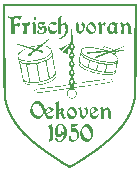
<source format=gbo>
G04 ---------------------------- Layer name :BOTTOM SILK LAYER*
G04 EasyEDA v5.3.14, Tue, 28 Apr 2020 13:33:28 GMT*
G04 Gerber Generator version 0.2*
G04 Scale: 100 percent, Rotated: No, Reflected: No *
G04 Dimensions in inches *
G04 leading zeros omitted , absolute positions ,2 integer and 4 decimal *
%FSLAX24Y24*%
%MOIN*%
G90*
G70D02*


%LPD*%

%LPD*%
G36*
G01X1600Y4100D02*
G01X1600Y4100D01*
G01X1600Y4100D01*
G01X1599Y4038D01*
G01X1599Y3978D01*
G01X1599Y3920D01*
G01X1599Y3864D01*
G01X1599Y3808D01*
G01X1599Y3755D01*
G01X1600Y3702D01*
G01X1600Y3652D01*
G01X1600Y3602D01*
G01X1600Y3554D01*
G01X1600Y3508D01*
G01X1600Y3462D01*
G01X1600Y3418D01*
G01X1600Y3376D01*
G01X1600Y3334D01*
G01X1600Y3294D01*
G01X1600Y3255D01*
G01X1600Y3217D01*
G01X1600Y3180D01*
G01X1601Y3145D01*
G01X1601Y3111D01*
G01X1601Y3077D01*
G01X1601Y3045D01*
G01X1602Y3014D01*
G01X1602Y2984D01*
G01X1602Y2955D01*
G01X1603Y2926D01*
G01X1603Y2899D01*
G01X1604Y2873D01*
G01X1604Y2847D01*
G01X1605Y2823D01*
G01X1605Y2799D01*
G01X1606Y2776D01*
G01X1606Y2754D01*
G01X1607Y2733D01*
G01X1608Y2712D01*
G01X1608Y2693D01*
G01X1609Y2673D01*
G01X1610Y2655D01*
G01X1611Y2637D01*
G01X1612Y2620D01*
G01X1613Y2604D01*
G01X1614Y2588D01*
G01X1615Y2572D01*
G01X1616Y2557D01*
G01X1617Y2543D01*
G01X1619Y2529D01*
G01X1620Y2516D01*
G01X1621Y2503D01*
G01X1623Y2490D01*
G01X1624Y2478D01*
G01X1626Y2466D01*
G01X1628Y2455D01*
G01X1629Y2444D01*
G01X1631Y2433D01*
G01X1633Y2422D01*
G01X1635Y2412D01*
G01X1637Y2402D01*
G01X1639Y2392D01*
G01X1641Y2382D01*
G01X1643Y2372D01*
G01X1645Y2363D01*
G01X1648Y2353D01*
G01X1650Y2344D01*
G01X1653Y2335D01*
G01X1655Y2325D01*
G01X1658Y2316D01*
G01X1661Y2307D01*
G01X1663Y2298D01*
G01X1666Y2288D01*
G01X1669Y2279D01*
G01X1672Y2269D01*
G01X1676Y2259D01*
G01X1679Y2249D01*
G01X1682Y2239D01*
G01X1686Y2229D01*
G01X1689Y2218D01*
G01X1693Y2207D01*
G01X1697Y2196D01*
G01X1701Y2184D01*
G01X1701Y2184D01*
G01X1707Y2165D01*
G01X1714Y2145D01*
G01X1721Y2125D01*
G01X1728Y2106D01*
G01X1736Y2086D01*
G01X1744Y2067D01*
G01X1751Y2048D01*
G01X1760Y2028D01*
G01X1768Y2009D01*
G01X1776Y1990D01*
G01X1785Y1971D01*
G01X1794Y1952D01*
G01X1803Y1932D01*
G01X1813Y1913D01*
G01X1822Y1894D01*
G01X1832Y1876D01*
G01X1842Y1857D01*
G01X1853Y1838D01*
G01X1863Y1819D01*
G01X1874Y1800D01*
G01X1885Y1781D01*
G01X1896Y1763D01*
G01X1907Y1744D01*
G01X1919Y1726D01*
G01X1931Y1707D01*
G01X1943Y1688D01*
G01X1955Y1670D01*
G01X1968Y1651D01*
G01X1981Y1633D01*
G01X1994Y1615D01*
G01X2007Y1596D01*
G01X2020Y1578D01*
G01X2034Y1559D01*
G01X2048Y1541D01*
G01X2062Y1523D01*
G01X2077Y1504D01*
G01X2091Y1486D01*
G01X2106Y1468D01*
G01X2121Y1450D01*
G01X2137Y1431D01*
G01X2152Y1413D01*
G01X2168Y1395D01*
G01X2184Y1377D01*
G01X2201Y1359D01*
G01X2217Y1341D01*
G01X2234Y1322D01*
G01X2251Y1304D01*
G01X2269Y1286D01*
G01X2286Y1268D01*
G01X2304Y1250D01*
G01X2322Y1232D01*
G01X2341Y1214D01*
G01X2359Y1196D01*
G01X2378Y1178D01*
G01X2397Y1159D01*
G01X2417Y1141D01*
G01X2437Y1123D01*
G01X2456Y1105D01*
G01X2477Y1087D01*
G01X2497Y1069D01*
G01X2518Y1051D01*
G01X2539Y1032D01*
G01X2560Y1014D01*
G01X2582Y996D01*
G01X2603Y978D01*
G01X2626Y960D01*
G01X2648Y941D01*
G01X2671Y923D01*
G01X2693Y905D01*
G01X2717Y887D01*
G01X2740Y868D01*
G01X2764Y850D01*
G01X2788Y832D01*
G01X2812Y813D01*
G01X2837Y795D01*
G01X2861Y777D01*
G01X2886Y758D01*
G01X2912Y740D01*
G01X2938Y721D01*
G01X2963Y703D01*
G01X2963Y703D01*
G01X2980Y691D01*
G01X2997Y679D01*
G01X3015Y666D01*
G01X3035Y653D01*
G01X3055Y639D01*
G01X3076Y624D01*
G01X3097Y610D01*
G01X3120Y595D01*
G01X3142Y579D01*
G01X3166Y563D01*
G01X3190Y547D01*
G01X3214Y531D01*
G01X3239Y514D01*
G01X3264Y498D01*
G01X3289Y481D01*
G01X3314Y464D01*
G01X3340Y448D01*
G01X3365Y431D01*
G01X3390Y414D01*
G01X3415Y398D01*
G01X3440Y381D01*
G01X3465Y365D01*
G01X3489Y350D01*
G01X3513Y334D01*
G01X3537Y319D01*
G01X3560Y304D01*
G01X3582Y290D01*
G01X3604Y276D01*
G01X3625Y263D01*
G01X3645Y250D01*
G01X3664Y238D01*
G01X3682Y226D01*
G01X3700Y216D01*
G01X3716Y206D01*
G01X3731Y196D01*
G01X3745Y188D01*
G01X3758Y180D01*
G01X3769Y174D01*
G01X3779Y168D01*
G01X3788Y163D01*
G01X3788Y163D01*
G01X3795Y160D01*
G01X3804Y158D01*
G01X3813Y158D01*
G01X3825Y160D01*
G01X3838Y165D01*
G01X3854Y172D01*
G01X3873Y181D01*
G01X3896Y194D01*
G01X3924Y209D01*
G01X3956Y229D01*
G01X3994Y252D01*
G01X4038Y278D01*
G01X4038Y278D01*
G01X4068Y298D01*
G01X4099Y317D01*
G01X4130Y336D01*
G01X4160Y356D01*
G01X4189Y375D01*
G01X4219Y393D01*
G01X4248Y412D01*
G01X4277Y431D01*
G01X4305Y450D01*
G01X4333Y468D01*
G01X4361Y486D01*
G01X4389Y505D01*
G01X4416Y523D01*
G01X4443Y541D01*
G01X4470Y559D01*
G01X4496Y577D01*
G01X4523Y595D01*
G01X4548Y613D01*
G01X4574Y631D01*
G01X4599Y648D01*
G01X4624Y666D01*
G01X4649Y684D01*
G01X4673Y701D01*
G01X4698Y718D01*
G01X4722Y736D01*
G01X4745Y753D01*
G01X4768Y770D01*
G01X4792Y787D01*
G01X4814Y804D01*
G01X4837Y821D01*
G01X4859Y838D01*
G01X4881Y855D01*
G01X4903Y872D01*
G01X4924Y889D01*
G01X4946Y905D01*
G01X4967Y922D01*
G01X4987Y939D01*
G01X5008Y955D01*
G01X5028Y972D01*
G01X5048Y988D01*
G01X5067Y1005D01*
G01X5087Y1021D01*
G01X5106Y1038D01*
G01X5125Y1054D01*
G01X5144Y1070D01*
G01X5162Y1087D01*
G01X5181Y1103D01*
G01X5199Y1119D01*
G01X5216Y1135D01*
G01X5234Y1151D01*
G01X5251Y1167D01*
G01X5268Y1184D01*
G01X5285Y1200D01*
G01X5302Y1216D01*
G01X5318Y1232D01*
G01X5334Y1248D01*
G01X5350Y1264D01*
G01X5366Y1280D01*
G01X5381Y1296D01*
G01X5397Y1312D01*
G01X5412Y1328D01*
G01X5427Y1344D01*
G01X5441Y1360D01*
G01X5456Y1376D01*
G01X5470Y1392D01*
G01X5484Y1408D01*
G01X5498Y1424D01*
G01X5511Y1440D01*
G01X5525Y1456D01*
G01X5538Y1472D01*
G01X5551Y1488D01*
G01X5564Y1504D01*
G01X5577Y1520D01*
G01X5589Y1536D01*
G01X5601Y1552D01*
G01X5613Y1568D01*
G01X5625Y1584D01*
G01X5637Y1600D01*
G01X5648Y1617D01*
G01X5660Y1633D01*
G01X5671Y1649D01*
G01X5682Y1665D01*
G01X5693Y1682D01*
G01X5703Y1698D01*
G01X5714Y1714D01*
G01X5724Y1731D01*
G01X5734Y1747D01*
G01X5744Y1763D01*
G01X5754Y1780D01*
G01X5763Y1796D01*
G01X5773Y1813D01*
G01X5782Y1830D01*
G01X5791Y1846D01*
G01X5800Y1863D01*
G01X5809Y1880D01*
G01X5818Y1897D01*
G01X5826Y1914D01*
G01X5835Y1930D01*
G01X5843Y1947D01*
G01X5851Y1965D01*
G01X5859Y1982D01*
G01X5866Y1999D01*
G01X5874Y2016D01*
G01X5882Y2033D01*
G01X5889Y2051D01*
G01X5896Y2068D01*
G01X5903Y2086D01*
G01X5910Y2103D01*
G01X5917Y2121D01*
G01X5924Y2139D01*
G01X5930Y2157D01*
G01X5936Y2175D01*
G01X5936Y2175D01*
G01X5940Y2185D01*
G01X5944Y2196D01*
G01X5948Y2206D01*
G01X5951Y2217D01*
G01X5955Y2227D01*
G01X5958Y2236D01*
G01X5961Y2246D01*
G01X5965Y2255D01*
G01X5968Y2265D01*
G01X5971Y2274D01*
G01X5974Y2283D01*
G01X5977Y2292D01*
G01X5979Y2301D01*
G01X5982Y2310D01*
G01X5985Y2320D01*
G01X5987Y2329D01*
G01X5989Y2338D01*
G01X5992Y2347D01*
G01X5994Y2357D01*
G01X5996Y2367D01*
G01X5998Y2376D01*
G01X6000Y2386D01*
G01X6002Y2397D01*
G01X6004Y2407D01*
G01X6006Y2418D01*
G01X6008Y2429D01*
G01X6010Y2440D01*
G01X6011Y2452D01*
G01X6013Y2464D01*
G01X6014Y2476D01*
G01X6016Y2489D01*
G01X6017Y2502D01*
G01X6019Y2516D01*
G01X6020Y2530D01*
G01X6021Y2545D01*
G01X6022Y2560D01*
G01X6023Y2576D01*
G01X6025Y2592D01*
G01X6026Y2609D01*
G01X6027Y2626D01*
G01X6027Y2644D01*
G01X6028Y2663D01*
G01X6029Y2683D01*
G01X6030Y2703D01*
G01X6031Y2724D01*
G01X6031Y2745D01*
G01X6032Y2768D01*
G01X6033Y2791D01*
G01X6033Y2815D01*
G01X6034Y2840D01*
G01X6034Y2866D01*
G01X6035Y2893D01*
G01X6035Y2921D01*
G01X6035Y2949D01*
G01X6036Y2979D01*
G01X6036Y3009D01*
G01X6036Y3041D01*
G01X6037Y3074D01*
G01X6037Y3107D01*
G01X6037Y3142D01*
G01X6037Y3178D01*
G01X6038Y3215D01*
G01X6038Y3253D01*
G01X6038Y3292D01*
G01X6038Y3333D01*
G01X6038Y3375D01*
G01X6038Y3418D01*
G01X6038Y3462D01*
G01X6038Y3508D01*
G01X6038Y3555D01*
G01X6038Y3603D01*
G01X6038Y3653D01*
G01X6038Y3704D01*
G01X6038Y3756D01*
G01X6038Y3810D01*
G01X6039Y3866D01*
G01X6039Y3923D01*
G01X6039Y3981D01*
G01X6039Y4041D01*
G01X6039Y4103D01*
G01X6039Y5613D01*
G01X3819Y5613D01*
G01X1600Y5613D01*
G01X1600Y4100D01*
G37*

%LPC*%
G36*
G01X5968Y4046D02*
G01X5968Y4046D01*
G01X5968Y4046D01*
G01X5967Y3986D01*
G01X5967Y3927D01*
G01X5967Y3870D01*
G01X5967Y3814D01*
G01X5966Y3760D01*
G01X5966Y3707D01*
G01X5966Y3656D01*
G01X5966Y3606D01*
G01X5965Y3557D01*
G01X5965Y3510D01*
G01X5965Y3465D01*
G01X5965Y3420D01*
G01X5964Y3377D01*
G01X5964Y3335D01*
G01X5964Y3295D01*
G01X5964Y3256D01*
G01X5963Y3218D01*
G01X5963Y3181D01*
G01X5963Y3145D01*
G01X5963Y3110D01*
G01X5962Y3077D01*
G01X5962Y3045D01*
G01X5961Y3013D01*
G01X5961Y2983D01*
G01X5961Y2954D01*
G01X5960Y2926D01*
G01X5960Y2898D01*
G01X5959Y2872D01*
G01X5959Y2847D01*
G01X5958Y2822D01*
G01X5958Y2798D01*
G01X5957Y2776D01*
G01X5956Y2754D01*
G01X5956Y2732D01*
G01X5955Y2712D01*
G01X5954Y2692D01*
G01X5953Y2673D01*
G01X5953Y2655D01*
G01X5952Y2638D01*
G01X5951Y2621D01*
G01X5950Y2604D01*
G01X5949Y2589D01*
G01X5948Y2574D01*
G01X5947Y2559D01*
G01X5946Y2545D01*
G01X5944Y2531D01*
G01X5943Y2518D01*
G01X5942Y2506D01*
G01X5941Y2494D01*
G01X5939Y2482D01*
G01X5938Y2470D01*
G01X5936Y2459D01*
G01X5935Y2449D01*
G01X5933Y2438D01*
G01X5931Y2428D01*
G01X5930Y2418D01*
G01X5928Y2409D01*
G01X5926Y2399D01*
G01X5924Y2390D01*
G01X5922Y2381D01*
G01X5920Y2372D01*
G01X5918Y2363D01*
G01X5915Y2354D01*
G01X5913Y2346D01*
G01X5911Y2337D01*
G01X5908Y2328D01*
G01X5906Y2320D01*
G01X5903Y2311D01*
G01X5900Y2302D01*
G01X5897Y2293D01*
G01X5894Y2284D01*
G01X5891Y2275D01*
G01X5888Y2266D01*
G01X5885Y2256D01*
G01X5882Y2247D01*
G01X5879Y2237D01*
G01X5875Y2227D01*
G01X5872Y2216D01*
G01X5868Y2206D01*
G01X5864Y2194D01*
G01X5864Y2194D01*
G01X5858Y2176D01*
G01X5852Y2158D01*
G01X5845Y2140D01*
G01X5838Y2122D01*
G01X5831Y2104D01*
G01X5824Y2085D01*
G01X5816Y2067D01*
G01X5808Y2049D01*
G01X5800Y2031D01*
G01X5792Y2013D01*
G01X5783Y1995D01*
G01X5774Y1977D01*
G01X5765Y1959D01*
G01X5756Y1941D01*
G01X5747Y1923D01*
G01X5737Y1905D01*
G01X5727Y1887D01*
G01X5717Y1869D01*
G01X5706Y1851D01*
G01X5696Y1833D01*
G01X5685Y1815D01*
G01X5674Y1797D01*
G01X5663Y1779D01*
G01X5651Y1761D01*
G01X5639Y1743D01*
G01X5627Y1725D01*
G01X5615Y1707D01*
G01X5602Y1689D01*
G01X5590Y1671D01*
G01X5577Y1653D01*
G01X5563Y1635D01*
G01X5550Y1617D01*
G01X5536Y1599D01*
G01X5522Y1581D01*
G01X5508Y1563D01*
G01X5494Y1545D01*
G01X5479Y1527D01*
G01X5464Y1509D01*
G01X5449Y1491D01*
G01X5434Y1474D01*
G01X5418Y1456D01*
G01X5402Y1438D01*
G01X5386Y1420D01*
G01X5370Y1402D01*
G01X5353Y1384D01*
G01X5337Y1366D01*
G01X5319Y1348D01*
G01X5302Y1330D01*
G01X5285Y1312D01*
G01X5267Y1294D01*
G01X5249Y1276D01*
G01X5231Y1258D01*
G01X5212Y1241D01*
G01X5193Y1223D01*
G01X5174Y1205D01*
G01X5155Y1187D01*
G01X5136Y1169D01*
G01X5116Y1151D01*
G01X5096Y1133D01*
G01X5076Y1115D01*
G01X5055Y1097D01*
G01X5035Y1079D01*
G01X5014Y1061D01*
G01X4993Y1043D01*
G01X4971Y1025D01*
G01X4949Y1007D01*
G01X4928Y989D01*
G01X4905Y971D01*
G01X4883Y953D01*
G01X4860Y935D01*
G01X4837Y917D01*
G01X4814Y899D01*
G01X4791Y881D01*
G01X4767Y863D01*
G01X4743Y845D01*
G01X4719Y826D01*
G01X4695Y808D01*
G01X4670Y790D01*
G01X4645Y772D01*
G01X4620Y754D01*
G01X4594Y736D01*
G01X4569Y718D01*
G01X4543Y700D01*
G01X4517Y681D01*
G01X4490Y663D01*
G01X4464Y645D01*
G01X4437Y627D01*
G01X4410Y609D01*
G01X4410Y609D01*
G01X4383Y590D01*
G01X4355Y572D01*
G01X4327Y554D01*
G01X4299Y536D01*
G01X4271Y517D01*
G01X4243Y499D01*
G01X4215Y481D01*
G01X4187Y463D01*
G01X4159Y445D01*
G01X4132Y428D01*
G01X4105Y411D01*
G01X4079Y395D01*
G01X4053Y379D01*
G01X4029Y363D01*
G01X4005Y349D01*
G01X3982Y335D01*
G01X3960Y321D01*
G01X3939Y309D01*
G01X3920Y297D01*
G01X3902Y287D01*
G01X3885Y277D01*
G01X3870Y269D01*
G01X3857Y261D01*
G01X3845Y255D01*
G01X3836Y250D01*
G01X3828Y246D01*
G01X3823Y244D01*
G01X3819Y244D01*
G01X3819Y244D01*
G01X3815Y245D01*
G01X3807Y248D01*
G01X3796Y254D01*
G01X3782Y261D01*
G01X3765Y270D01*
G01X3745Y281D01*
G01X3724Y294D01*
G01X3701Y307D01*
G01X3676Y322D01*
G01X3649Y338D01*
G01X3622Y355D01*
G01X3594Y373D01*
G01X3594Y373D01*
G01X3564Y391D01*
G01X3536Y409D01*
G01X3508Y427D01*
G01X3480Y444D01*
G01X3452Y462D01*
G01X3425Y479D01*
G01X3399Y496D01*
G01X3373Y513D01*
G01X3347Y530D01*
G01X3321Y547D01*
G01X3296Y563D01*
G01X3272Y580D01*
G01X3247Y596D01*
G01X3224Y612D01*
G01X3200Y628D01*
G01X3177Y644D01*
G01X3154Y659D01*
G01X3131Y675D01*
G01X3109Y690D01*
G01X3087Y706D01*
G01X3065Y721D01*
G01X3044Y736D01*
G01X3023Y751D01*
G01X3002Y766D01*
G01X2981Y781D01*
G01X2961Y795D01*
G01X2941Y810D01*
G01X2921Y825D01*
G01X2902Y839D01*
G01X2882Y854D01*
G01X2863Y868D01*
G01X2844Y883D01*
G01X2826Y897D01*
G01X2807Y911D01*
G01X2789Y926D01*
G01X2771Y940D01*
G01X2753Y954D01*
G01X2736Y969D01*
G01X2718Y983D01*
G01X2701Y997D01*
G01X2684Y1011D01*
G01X2667Y1026D01*
G01X2650Y1040D01*
G01X2633Y1054D01*
G01X2617Y1068D01*
G01X2600Y1083D01*
G01X2584Y1097D01*
G01X2568Y1112D01*
G01X2552Y1126D01*
G01X2536Y1141D01*
G01X2520Y1155D01*
G01X2504Y1170D01*
G01X2488Y1184D01*
G01X2473Y1199D01*
G01X2457Y1214D01*
G01X2441Y1229D01*
G01X2426Y1244D01*
G01X2410Y1259D01*
G01X2395Y1274D01*
G01X2380Y1290D01*
G01X2380Y1290D01*
G01X2358Y1311D01*
G01X2337Y1333D01*
G01X2316Y1354D01*
G01X2296Y1376D01*
G01X2276Y1397D01*
G01X2256Y1417D01*
G01X2237Y1438D01*
G01X2219Y1459D01*
G01X2201Y1479D01*
G01X2183Y1500D01*
G01X2166Y1520D01*
G01X2149Y1540D01*
G01X2132Y1560D01*
G01X2116Y1580D01*
G01X2100Y1600D01*
G01X2085Y1620D01*
G01X2070Y1640D01*
G01X2055Y1660D01*
G01X2041Y1679D01*
G01X2027Y1699D01*
G01X2013Y1719D01*
G01X2000Y1738D01*
G01X1987Y1758D01*
G01X1974Y1778D01*
G01X1962Y1798D01*
G01X1949Y1817D01*
G01X1938Y1837D01*
G01X1926Y1857D01*
G01X1915Y1877D01*
G01X1904Y1897D01*
G01X1893Y1917D01*
G01X1883Y1937D01*
G01X1873Y1958D01*
G01X1863Y1978D01*
G01X1853Y1999D01*
G01X1844Y2019D01*
G01X1835Y2040D01*
G01X1826Y2061D01*
G01X1817Y2082D01*
G01X1809Y2103D01*
G01X1800Y2125D01*
G01X1792Y2147D01*
G01X1784Y2168D01*
G01X1776Y2190D01*
G01X1776Y2190D01*
G01X1773Y2202D01*
G01X1769Y2212D01*
G01X1765Y2223D01*
G01X1762Y2233D01*
G01X1758Y2243D01*
G01X1755Y2253D01*
G01X1752Y2262D01*
G01X1749Y2271D01*
G01X1746Y2281D01*
G01X1743Y2290D01*
G01X1740Y2298D01*
G01X1737Y2307D01*
G01X1734Y2316D01*
G01X1732Y2325D01*
G01X1729Y2333D01*
G01X1727Y2342D01*
G01X1724Y2351D01*
G01X1722Y2359D01*
G01X1720Y2368D01*
G01X1718Y2377D01*
G01X1716Y2386D01*
G01X1714Y2396D01*
G01X1712Y2405D01*
G01X1710Y2415D01*
G01X1708Y2425D01*
G01X1706Y2435D01*
G01X1704Y2445D01*
G01X1703Y2456D01*
G01X1701Y2467D01*
G01X1700Y2478D01*
G01X1698Y2490D01*
G01X1697Y2502D01*
G01X1696Y2515D01*
G01X1694Y2528D01*
G01X1693Y2542D01*
G01X1692Y2556D01*
G01X1691Y2570D01*
G01X1690Y2585D01*
G01X1689Y2601D01*
G01X1688Y2618D01*
G01X1687Y2634D01*
G01X1686Y2652D01*
G01X1685Y2670D01*
G01X1684Y2689D01*
G01X1684Y2709D01*
G01X1683Y2729D01*
G01X1682Y2751D01*
G01X1682Y2773D01*
G01X1681Y2796D01*
G01X1680Y2819D01*
G01X1680Y2844D01*
G01X1679Y2869D01*
G01X1679Y2896D01*
G01X1678Y2923D01*
G01X1678Y2951D01*
G01X1677Y2981D01*
G01X1677Y3011D01*
G01X1677Y3042D01*
G01X1676Y3075D01*
G01X1676Y3108D01*
G01X1676Y3143D01*
G01X1675Y3179D01*
G01X1675Y3216D01*
G01X1675Y3254D01*
G01X1674Y3293D01*
G01X1674Y3334D01*
G01X1674Y3376D01*
G01X1674Y3419D01*
G01X1673Y3463D01*
G01X1673Y3509D01*
G01X1673Y3556D01*
G01X1673Y3605D01*
G01X1672Y3655D01*
G01X1672Y3706D01*
G01X1672Y3759D01*
G01X1672Y3814D01*
G01X1671Y3869D01*
G01X1671Y3927D01*
G01X1671Y3986D01*
G01X1671Y4046D01*
G01X1665Y5546D01*
G01X3819Y5546D01*
G01X5975Y5546D01*
G01X5968Y4046D01*
G37*

%LPD*%
G36*
G01X1940Y5203D02*
G01X1940Y5203D01*
G01X1940Y5203D01*
G01X1917Y5196D01*
G01X1896Y5190D01*
G01X1876Y5187D01*
G01X1858Y5186D01*
G01X1839Y5188D01*
G01X1820Y5191D01*
G01X1800Y5197D01*
G01X1778Y5205D01*
G01X1778Y5205D01*
G01X1761Y5211D01*
G01X1751Y5211D01*
G01X1747Y5207D01*
G01X1750Y5198D01*
G01X1758Y5188D01*
G01X1771Y5176D01*
G01X1788Y5164D01*
G01X1809Y5153D01*
G01X1869Y5123D01*
G01X1863Y4873D01*
G01X1857Y4621D01*
G01X1917Y4621D01*
G01X1976Y4623D01*
G01X1975Y4746D01*
G01X1975Y4746D01*
G01X1974Y4783D01*
G01X1975Y4811D01*
G01X1977Y4834D01*
G01X1980Y4852D01*
G01X1985Y4865D01*
G01X1991Y4876D01*
G01X1999Y4885D01*
G01X2009Y4892D01*
G01X2009Y4892D01*
G01X2029Y4904D01*
G01X2044Y4908D01*
G01X2057Y4903D01*
G01X2073Y4888D01*
G01X2073Y4888D01*
G01X2084Y4878D01*
G01X2093Y4871D01*
G01X2101Y4867D01*
G01X2105Y4867D01*
G01X2105Y4867D01*
G01X2125Y4897D01*
G01X2145Y4927D01*
G01X2160Y4953D01*
G01X2165Y4969D01*
G01X2165Y4969D01*
G01X2160Y4978D01*
G01X2146Y4982D01*
G01X2124Y4984D01*
G01X2099Y4981D01*
G01X2071Y4976D01*
G01X2045Y4968D01*
G01X2021Y4958D01*
G01X2003Y4946D01*
G01X1965Y4909D01*
G01X1965Y5028D01*
G01X1965Y5028D01*
G01X1967Y5074D01*
G01X1971Y5114D01*
G01X1976Y5143D01*
G01X1982Y5157D01*
G01X1982Y5157D01*
G01X1997Y5161D01*
G01X2014Y5162D01*
G01X2035Y5160D01*
G01X2055Y5154D01*
G01X2075Y5146D01*
G01X2091Y5136D01*
G01X2104Y5125D01*
G01X2111Y5113D01*
G01X2111Y5113D01*
G01X2121Y5088D01*
G01X2134Y5085D01*
G01X2153Y5103D01*
G01X2178Y5146D01*
G01X2215Y5211D01*
G01X2163Y5221D01*
G01X2163Y5221D01*
G01X2133Y5226D01*
G01X2105Y5229D01*
G01X2077Y5230D01*
G01X2049Y5228D01*
G01X2022Y5225D01*
G01X1995Y5220D01*
G01X1968Y5213D01*
G01X1940Y5203D01*
G37*
G36*
G01X3473Y5201D02*
G01X3473Y5201D01*
G01X3428Y5169D01*
G01X3423Y4896D01*
G01X3421Y4623D01*
G01X3471Y4623D01*
G01X3523Y4623D01*
G01X3515Y4757D01*
G01X3509Y4890D01*
G01X3559Y4919D01*
G01X3559Y4919D01*
G01X3589Y4936D01*
G01X3607Y4940D01*
G01X3621Y4930D01*
G01X3638Y4907D01*
G01X3638Y4907D01*
G01X3649Y4888D01*
G01X3658Y4868D01*
G01X3665Y4846D01*
G01X3670Y4823D01*
G01X3673Y4799D01*
G01X3674Y4775D01*
G01X3673Y4751D01*
G01X3671Y4726D01*
G01X3666Y4702D01*
G01X3660Y4678D01*
G01X3652Y4655D01*
G01X3642Y4632D01*
G01X3642Y4632D01*
G01X3631Y4612D01*
G01X3619Y4595D01*
G01X3607Y4579D01*
G01X3594Y4565D01*
G01X3579Y4552D01*
G01X3562Y4539D01*
G01X3543Y4527D01*
G01X3521Y4515D01*
G01X3521Y4515D01*
G01X3475Y4493D01*
G01X3456Y4480D01*
G01X3460Y4473D01*
G01X3484Y4469D01*
G01X3484Y4469D01*
G01X3501Y4468D01*
G01X3520Y4471D01*
G01X3539Y4477D01*
G01X3559Y4486D01*
G01X3579Y4497D01*
G01X3600Y4510D01*
G01X3621Y4525D01*
G01X3641Y4543D01*
G01X3660Y4562D01*
G01X3679Y4583D01*
G01X3696Y4605D01*
G01X3713Y4628D01*
G01X3713Y4628D01*
G01X3724Y4648D01*
G01X3734Y4668D01*
G01X3743Y4688D01*
G01X3750Y4709D01*
G01X3755Y4730D01*
G01X3759Y4751D01*
G01X3762Y4772D01*
G01X3763Y4793D01*
G01X3763Y4815D01*
G01X3761Y4836D01*
G01X3758Y4857D01*
G01X3753Y4878D01*
G01X3747Y4899D01*
G01X3739Y4919D01*
G01X3729Y4940D01*
G01X3719Y4959D01*
G01X3719Y4959D01*
G01X3702Y4987D01*
G01X3687Y5010D01*
G01X3675Y5026D01*
G01X3669Y5032D01*
G01X3669Y5032D01*
G01X3660Y5027D01*
G01X3643Y5017D01*
G01X3619Y5000D01*
G01X3590Y4980D01*
G01X3521Y4930D01*
G01X3515Y5050D01*
G01X3515Y5050D01*
G01X3515Y5098D01*
G01X3517Y5140D01*
G01X3521Y5170D01*
G01X3528Y5186D01*
G01X3528Y5186D01*
G01X3539Y5202D01*
G01X3544Y5216D01*
G01X3542Y5227D01*
G01X3532Y5230D01*
G01X3532Y5230D01*
G01X3524Y5228D01*
G01X3510Y5222D01*
G01X3493Y5212D01*
G01X3473Y5201D01*
G37*
G36*
G01X2613Y5140D02*
G01X2613Y5140D01*
G01X2613Y5140D01*
G01X2615Y5116D01*
G01X2618Y5096D01*
G01X2623Y5083D01*
G01X2630Y5075D01*
G01X2639Y5074D01*
G01X2649Y5078D01*
G01X2661Y5089D01*
G01X2673Y5105D01*
G01X2673Y5105D01*
G01X2684Y5124D01*
G01X2690Y5141D01*
G01X2692Y5157D01*
G01X2690Y5170D01*
G01X2685Y5182D01*
G01X2676Y5190D01*
G01X2663Y5196D01*
G01X2648Y5198D01*
G01X2648Y5198D01*
G01X2631Y5195D01*
G01X2620Y5186D01*
G01X2615Y5169D01*
G01X2613Y5140D01*
G37*
G36*
G01X2253Y4996D02*
G01X2253Y4996D01*
G01X2253Y4996D01*
G01X2234Y4975D01*
G01X2227Y4961D01*
G01X2233Y4948D01*
G01X2251Y4928D01*
G01X2251Y4928D01*
G01X2261Y4918D01*
G01X2268Y4907D01*
G01X2273Y4895D01*
G01X2277Y4881D01*
G01X2279Y4864D01*
G01X2280Y4843D01*
G01X2279Y4817D01*
G01X2278Y4784D01*
G01X2278Y4784D01*
G01X2274Y4739D01*
G01X2270Y4699D01*
G01X2265Y4667D01*
G01X2259Y4648D01*
G01X2259Y4648D01*
G01X2256Y4636D01*
G01X2262Y4628D01*
G01X2280Y4625D01*
G01X2311Y4623D01*
G01X2373Y4623D01*
G01X2373Y4780D01*
G01X2373Y4780D01*
G01X2373Y4819D01*
G01X2374Y4852D01*
G01X2375Y4879D01*
G01X2377Y4902D01*
G01X2380Y4919D01*
G01X2384Y4932D01*
G01X2388Y4940D01*
G01X2394Y4944D01*
G01X2394Y4944D01*
G01X2402Y4944D01*
G01X2409Y4938D01*
G01X2413Y4928D01*
G01X2415Y4913D01*
G01X2415Y4913D01*
G01X2416Y4891D01*
G01X2421Y4885D01*
G01X2433Y4896D01*
G01X2457Y4923D01*
G01X2457Y4923D01*
G01X2472Y4944D01*
G01X2485Y4965D01*
G01X2494Y4982D01*
G01X2498Y4994D01*
G01X2498Y4994D01*
G01X2494Y5003D01*
G01X2483Y5010D01*
G01X2467Y5013D01*
G01X2449Y5014D01*
G01X2429Y5012D01*
G01X2410Y5007D01*
G01X2393Y5000D01*
G01X2380Y4990D01*
G01X2380Y4990D01*
G01X2368Y4977D01*
G01X2357Y4974D01*
G01X2343Y4980D01*
G01X2323Y4998D01*
G01X2288Y5030D01*
G01X2253Y4996D01*
G37*
G36*
G01X2594Y5005D02*
G01X2594Y5005D01*
G01X2594Y5005D01*
G01X2563Y4985D01*
G01X2550Y4969D01*
G01X2553Y4954D01*
G01X2573Y4942D01*
G01X2573Y4942D01*
G01X2584Y4932D01*
G01X2592Y4908D01*
G01X2596Y4868D01*
G01X2598Y4807D01*
G01X2598Y4807D01*
G01X2597Y4780D01*
G01X2596Y4755D01*
G01X2594Y4730D01*
G01X2592Y4707D01*
G01X2590Y4687D01*
G01X2587Y4670D01*
G01X2584Y4657D01*
G01X2580Y4648D01*
G01X2580Y4648D01*
G01X2573Y4630D01*
G01X2578Y4621D01*
G01X2599Y4616D01*
G01X2642Y4615D01*
G01X2642Y4615D01*
G01X2679Y4617D01*
G01X2700Y4620D01*
G01X2706Y4626D01*
G01X2701Y4636D01*
G01X2701Y4636D01*
G01X2696Y4643D01*
G01X2692Y4655D01*
G01X2688Y4671D01*
G01X2686Y4692D01*
G01X2683Y4717D01*
G01X2682Y4746D01*
G01X2681Y4779D01*
G01X2680Y4815D01*
G01X2680Y4815D01*
G01X2680Y4860D01*
G01X2679Y4898D01*
G01X2677Y4931D01*
G01X2674Y4958D01*
G01X2669Y4979D01*
G01X2663Y4996D01*
G01X2656Y5008D01*
G01X2647Y5015D01*
G01X2637Y5018D01*
G01X2624Y5017D01*
G01X2610Y5012D01*
G01X2594Y5005D01*
G37*
G36*
G01X2801Y5011D02*
G01X2801Y5011D01*
G01X2801Y5011D01*
G01X2786Y5002D01*
G01X2773Y4991D01*
G01X2763Y4977D01*
G01X2755Y4962D01*
G01X2749Y4946D01*
G01X2745Y4928D01*
G01X2743Y4910D01*
G01X2744Y4891D01*
G01X2746Y4873D01*
G01X2751Y4855D01*
G01X2757Y4838D01*
G01X2766Y4821D01*
G01X2776Y4806D01*
G01X2789Y4793D01*
G01X2803Y4782D01*
G01X2819Y4773D01*
G01X2819Y4773D01*
G01X2848Y4762D01*
G01X2865Y4760D01*
G01X2874Y4768D01*
G01X2880Y4786D01*
G01X2880Y4786D01*
G01X2889Y4808D01*
G01X2901Y4821D01*
G01X2915Y4827D01*
G01X2930Y4826D01*
G01X2944Y4818D01*
G01X2956Y4804D01*
G01X2964Y4784D01*
G01X2967Y4759D01*
G01X2967Y4759D01*
G01X2966Y4738D01*
G01X2961Y4719D01*
G01X2954Y4702D01*
G01X2944Y4687D01*
G01X2932Y4675D01*
G01X2918Y4665D01*
G01X2902Y4658D01*
G01X2885Y4653D01*
G01X2868Y4651D01*
G01X2849Y4653D01*
G01X2830Y4658D01*
G01X2811Y4667D01*
G01X2811Y4667D01*
G01X2795Y4677D01*
G01X2787Y4690D01*
G01X2784Y4706D01*
G01X2788Y4726D01*
G01X2788Y4726D01*
G01X2792Y4747D01*
G01X2790Y4759D01*
G01X2783Y4763D01*
G01X2769Y4763D01*
G01X2769Y4763D01*
G01X2746Y4748D01*
G01X2734Y4719D01*
G01X2734Y4686D01*
G01X2748Y4657D01*
G01X2748Y4657D01*
G01X2760Y4646D01*
G01X2777Y4637D01*
G01X2798Y4629D01*
G01X2822Y4623D01*
G01X2847Y4619D01*
G01X2873Y4617D01*
G01X2897Y4618D01*
G01X2919Y4621D01*
G01X2919Y4621D01*
G01X2944Y4631D01*
G01X2968Y4644D01*
G01X2989Y4662D01*
G01X3008Y4682D01*
G01X3024Y4705D01*
G01X3036Y4730D01*
G01X3044Y4756D01*
G01X3046Y4782D01*
G01X3046Y4782D01*
G01X3045Y4804D01*
G01X3040Y4825D01*
G01X3032Y4844D01*
G01X3021Y4860D01*
G01X3009Y4875D01*
G01X2995Y4886D01*
G01X2979Y4895D01*
G01X2964Y4900D01*
G01X2947Y4901D01*
G01X2931Y4899D01*
G01X2916Y4892D01*
G01X2901Y4880D01*
G01X2901Y4880D01*
G01X2883Y4868D01*
G01X2862Y4865D01*
G01X2839Y4869D01*
G01X2818Y4878D01*
G01X2800Y4893D01*
G01X2788Y4912D01*
G01X2782Y4933D01*
G01X2786Y4955D01*
G01X2786Y4955D01*
G01X2793Y4969D01*
G01X2803Y4974D01*
G01X2819Y4970D01*
G01X2848Y4957D01*
G01X2848Y4957D01*
G01X2871Y4946D01*
G01X2893Y4939D01*
G01X2913Y4936D01*
G01X2932Y4936D01*
G01X2949Y4940D01*
G01X2964Y4948D01*
G01X2978Y4959D01*
G01X2990Y4975D01*
G01X2990Y4975D01*
G01X3002Y4994D01*
G01X3003Y5004D01*
G01X2992Y5009D01*
G01X2967Y5009D01*
G01X2967Y5009D01*
G01X2946Y5010D01*
G01X2923Y5012D01*
G01X2899Y5015D01*
G01X2880Y5019D01*
G01X2880Y5019D01*
G01X2861Y5022D01*
G01X2840Y5021D01*
G01X2819Y5018D01*
G01X2801Y5011D01*
G37*
G36*
G01X3173Y4998D02*
G01X3173Y4998D01*
G01X3173Y4998D01*
G01X3152Y4979D01*
G01X3134Y4959D01*
G01X3118Y4937D01*
G01X3105Y4914D01*
G01X3094Y4890D01*
G01X3087Y4865D01*
G01X3082Y4840D01*
G01X3081Y4815D01*
G01X3082Y4790D01*
G01X3086Y4764D01*
G01X3094Y4740D01*
G01X3105Y4715D01*
G01X3105Y4715D01*
G01X3117Y4694D01*
G01X3132Y4674D01*
G01X3149Y4657D01*
G01X3167Y4643D01*
G01X3186Y4631D01*
G01X3205Y4623D01*
G01X3226Y4617D01*
G01X3246Y4615D01*
G01X3246Y4615D01*
G01X3268Y4619D01*
G01X3290Y4627D01*
G01X3312Y4640D01*
G01X3333Y4656D01*
G01X3351Y4675D01*
G01X3366Y4694D01*
G01X3375Y4714D01*
G01X3378Y4734D01*
G01X3378Y4734D01*
G01X3378Y4753D01*
G01X3373Y4760D01*
G01X3360Y4756D01*
G01X3338Y4742D01*
G01X3338Y4742D01*
G01X3316Y4730D01*
G01X3297Y4722D01*
G01X3280Y4718D01*
G01X3263Y4719D01*
G01X3246Y4724D01*
G01X3228Y4735D01*
G01X3208Y4751D01*
G01X3186Y4771D01*
G01X3186Y4771D01*
G01X3170Y4789D01*
G01X3156Y4808D01*
G01X3146Y4827D01*
G01X3138Y4845D01*
G01X3133Y4864D01*
G01X3130Y4881D01*
G01X3129Y4898D01*
G01X3131Y4914D01*
G01X3135Y4927D01*
G01X3142Y4939D01*
G01X3150Y4949D01*
G01X3161Y4955D01*
G01X3173Y4959D01*
G01X3188Y4960D01*
G01X3204Y4957D01*
G01X3223Y4951D01*
G01X3223Y4951D01*
G01X3245Y4942D01*
G01X3268Y4936D01*
G01X3289Y4933D01*
G01X3308Y4933D01*
G01X3326Y4936D01*
G01X3340Y4942D01*
G01X3353Y4951D01*
G01X3361Y4963D01*
G01X3361Y4963D01*
G01X3374Y4988D01*
G01X3376Y5001D01*
G01X3366Y5006D01*
G01X3342Y5007D01*
G01X3342Y5007D01*
G01X3323Y5009D01*
G01X3302Y5012D01*
G01X3281Y5017D01*
G01X3261Y5021D01*
G01X3261Y5021D01*
G01X3239Y5025D01*
G01X3219Y5023D01*
G01X3197Y5013D01*
G01X3173Y4998D01*
G37*
G36*
G01X4009Y4982D02*
G01X4009Y4982D01*
G01X4009Y4982D01*
G01X3990Y4966D01*
G01X3982Y4955D01*
G01X3985Y4950D01*
G01X3998Y4948D01*
G01X3998Y4948D01*
G01X4013Y4944D01*
G01X4022Y4928D01*
G01X4026Y4894D01*
G01X4027Y4836D01*
G01X4027Y4836D01*
G01X4028Y4795D01*
G01X4031Y4762D01*
G01X4036Y4734D01*
G01X4044Y4712D01*
G01X4055Y4692D01*
G01X4071Y4675D01*
G01X4091Y4658D01*
G01X4117Y4640D01*
G01X4117Y4640D01*
G01X4144Y4623D01*
G01X4162Y4618D01*
G01X4176Y4627D01*
G01X4196Y4651D01*
G01X4196Y4651D01*
G01X4218Y4681D01*
G01X4239Y4709D01*
G01X4257Y4735D01*
G01X4273Y4760D01*
G01X4287Y4784D01*
G01X4299Y4806D01*
G01X4308Y4826D01*
G01X4315Y4846D01*
G01X4321Y4865D01*
G01X4324Y4882D01*
G01X4326Y4899D01*
G01X4325Y4915D01*
G01X4322Y4930D01*
G01X4318Y4944D01*
G01X4312Y4959D01*
G01X4303Y4973D01*
G01X4303Y4973D01*
G01X4279Y5001D01*
G01X4256Y5013D01*
G01X4231Y5007D01*
G01X4205Y4984D01*
G01X4205Y4984D01*
G01X4185Y4960D01*
G01X4178Y4944D01*
G01X4184Y4934D01*
G01X4202Y4932D01*
G01X4202Y4932D01*
G01X4215Y4928D01*
G01X4227Y4920D01*
G01X4237Y4906D01*
G01X4246Y4890D01*
G01X4252Y4871D01*
G01X4256Y4851D01*
G01X4256Y4830D01*
G01X4253Y4811D01*
G01X4253Y4811D01*
G01X4248Y4792D01*
G01X4238Y4771D01*
G01X4227Y4751D01*
G01X4214Y4734D01*
G01X4214Y4734D01*
G01X4198Y4715D01*
G01X4184Y4707D01*
G01X4169Y4711D01*
G01X4147Y4725D01*
G01X4147Y4725D01*
G01X4128Y4742D01*
G01X4117Y4765D01*
G01X4112Y4801D01*
G01X4110Y4857D01*
G01X4110Y4857D01*
G01X4110Y4895D01*
G01X4108Y4927D01*
G01X4106Y4955D01*
G01X4102Y4977D01*
G01X4096Y4994D01*
G01X4089Y5006D01*
G01X4080Y5013D01*
G01X4070Y5016D01*
G01X4058Y5014D01*
G01X4043Y5007D01*
G01X4027Y4997D01*
G01X4009Y4982D01*
G37*
G36*
G01X4456Y4994D02*
G01X4456Y4994D01*
G01X4456Y4994D01*
G01X4439Y4978D01*
G01X4422Y4958D01*
G01X4406Y4934D01*
G01X4391Y4908D01*
G01X4378Y4881D01*
G01X4368Y4855D01*
G01X4362Y4831D01*
G01X4360Y4811D01*
G01X4360Y4811D01*
G01X4361Y4785D01*
G01X4366Y4761D01*
G01X4374Y4737D01*
G01X4384Y4715D01*
G01X4397Y4694D01*
G01X4412Y4675D01*
G01X4429Y4658D01*
G01X4447Y4644D01*
G01X4467Y4632D01*
G01X4488Y4623D01*
G01X4509Y4617D01*
G01X4531Y4615D01*
G01X4531Y4615D01*
G01X4547Y4617D01*
G01X4564Y4623D01*
G01X4581Y4631D01*
G01X4598Y4642D01*
G01X4615Y4655D01*
G01X4632Y4671D01*
G01X4647Y4687D01*
G01X4662Y4705D01*
G01X4674Y4724D01*
G01X4685Y4744D01*
G01X4693Y4763D01*
G01X4698Y4782D01*
G01X4698Y4782D01*
G01X4700Y4800D01*
G01X4700Y4819D01*
G01X4697Y4840D01*
G01X4692Y4861D01*
G01X4686Y4883D01*
G01X4678Y4904D01*
G01X4669Y4925D01*
G01X4659Y4944D01*
G01X4648Y4961D01*
G01X4636Y4976D01*
G01X4624Y4988D01*
G01X4611Y4996D01*
G01X4611Y4996D01*
G01X4593Y5004D01*
G01X4573Y5010D01*
G01X4551Y5013D01*
G01X4529Y5014D01*
G01X4507Y5012D01*
G01X4487Y5008D01*
G01X4470Y5002D01*
G01X4456Y4994D01*
G37*
G36*
G01X4768Y4982D02*
G01X4768Y4982D01*
G01X4768Y4982D01*
G01X4753Y4965D01*
G01X4748Y4954D01*
G01X4753Y4945D01*
G01X4768Y4936D01*
G01X4768Y4936D01*
G01X4776Y4930D01*
G01X4782Y4922D01*
G01X4786Y4911D01*
G01X4789Y4896D01*
G01X4791Y4875D01*
G01X4792Y4848D01*
G01X4791Y4814D01*
G01X4789Y4771D01*
G01X4784Y4623D01*
G01X4847Y4621D01*
G01X4847Y4621D01*
G01X4875Y4622D01*
G01X4892Y4625D01*
G01X4897Y4630D01*
G01X4893Y4638D01*
G01X4893Y4638D01*
G01X4886Y4649D01*
G01X4881Y4668D01*
G01X4878Y4692D01*
G01X4875Y4721D01*
G01X4874Y4753D01*
G01X4875Y4786D01*
G01X4876Y4819D01*
G01X4879Y4851D01*
G01X4882Y4879D01*
G01X4887Y4903D01*
G01X4893Y4921D01*
G01X4900Y4932D01*
G01X4900Y4932D01*
G01X4913Y4940D01*
G01X4922Y4941D01*
G01X4930Y4933D01*
G01X4939Y4915D01*
G01X4939Y4915D01*
G01X4947Y4895D01*
G01X4955Y4890D01*
G01X4967Y4902D01*
G01X4988Y4932D01*
G01X4988Y4932D01*
G01X5000Y4955D01*
G01X5010Y4976D01*
G01X5015Y4992D01*
G01X5014Y5001D01*
G01X5014Y5001D01*
G01X4995Y5013D01*
G01X4966Y5013D01*
G01X4933Y5004D01*
G01X4905Y4986D01*
G01X4905Y4986D01*
G01X4886Y4970D01*
G01X4875Y4965D01*
G01X4866Y4970D01*
G01X4856Y4986D01*
G01X4856Y4986D01*
G01X4839Y5007D01*
G01X4818Y5013D01*
G01X4794Y5005D01*
G01X4768Y4982D01*
G37*
G36*
G01X5169Y4982D02*
G01X5169Y4982D01*
G01X5169Y4982D01*
G01X5151Y4966D01*
G01X5134Y4950D01*
G01X5119Y4933D01*
G01X5106Y4915D01*
G01X5094Y4896D01*
G01X5084Y4878D01*
G01X5075Y4859D01*
G01X5069Y4839D01*
G01X5064Y4820D01*
G01X5062Y4801D01*
G01X5061Y4781D01*
G01X5063Y4763D01*
G01X5063Y4763D01*
G01X5068Y4736D01*
G01X5078Y4710D01*
G01X5090Y4686D01*
G01X5105Y4663D01*
G01X5121Y4644D01*
G01X5138Y4629D01*
G01X5154Y4619D01*
G01X5171Y4615D01*
G01X5171Y4615D01*
G01X5183Y4618D01*
G01X5201Y4624D01*
G01X5221Y4633D01*
G01X5242Y4644D01*
G01X5242Y4644D01*
G01X5269Y4659D01*
G01X5287Y4664D01*
G01X5303Y4658D01*
G01X5322Y4642D01*
G01X5322Y4642D01*
G01X5341Y4627D01*
G01X5356Y4621D01*
G01X5373Y4626D01*
G01X5397Y4642D01*
G01X5397Y4642D01*
G01X5422Y4658D01*
G01X5431Y4669D01*
G01X5426Y4680D01*
G01X5407Y4694D01*
G01X5407Y4694D01*
G01X5391Y4709D01*
G01X5380Y4731D01*
G01X5375Y4762D01*
G01X5373Y4809D01*
G01X5373Y4809D01*
G01X5376Y4848D01*
G01X5381Y4887D01*
G01X5389Y4922D01*
G01X5398Y4948D01*
G01X5425Y4998D01*
G01X5377Y4988D01*
G01X5377Y4988D01*
G01X5356Y4985D01*
G01X5339Y4986D01*
G01X5325Y4990D01*
G01X5317Y4996D01*
G01X5317Y4996D01*
G01X5307Y5006D01*
G01X5292Y5012D01*
G01X5274Y5014D01*
G01X5253Y5014D01*
G01X5231Y5010D01*
G01X5209Y5003D01*
G01X5188Y4994D01*
G01X5169Y4982D01*
G37*
G36*
G01X5498Y4982D02*
G01X5498Y4982D01*
G01X5498Y4982D01*
G01X5484Y4965D01*
G01X5479Y4954D01*
G01X5482Y4950D01*
G01X5494Y4948D01*
G01X5494Y4948D01*
G01X5505Y4946D01*
G01X5515Y4941D01*
G01X5524Y4932D01*
G01X5530Y4921D01*
G01X5530Y4921D01*
G01X5533Y4909D01*
G01X5536Y4891D01*
G01X5538Y4870D01*
G01X5539Y4846D01*
G01X5540Y4820D01*
G01X5539Y4793D01*
G01X5538Y4766D01*
G01X5537Y4739D01*
G01X5535Y4715D01*
G01X5532Y4693D01*
G01X5528Y4674D01*
G01X5525Y4661D01*
G01X5525Y4661D01*
G01X5518Y4638D01*
G01X5521Y4626D01*
G01X5537Y4621D01*
G01X5571Y4621D01*
G01X5631Y4621D01*
G01X5627Y4753D01*
G01X5627Y4753D01*
G01X5625Y4795D01*
G01X5624Y4827D01*
G01X5625Y4852D01*
G01X5627Y4871D01*
G01X5632Y4886D01*
G01X5638Y4897D01*
G01X5647Y4907D01*
G01X5660Y4917D01*
G01X5660Y4917D01*
G01X5681Y4932D01*
G01X5696Y4937D01*
G01X5710Y4933D01*
G01X5727Y4919D01*
G01X5727Y4919D01*
G01X5734Y4911D01*
G01X5741Y4901D01*
G01X5746Y4889D01*
G01X5750Y4874D01*
G01X5753Y4855D01*
G01X5755Y4833D01*
G01X5756Y4806D01*
G01X5756Y4773D01*
G01X5756Y4773D01*
G01X5757Y4741D01*
G01X5758Y4714D01*
G01X5760Y4692D01*
G01X5762Y4673D01*
G01X5766Y4658D01*
G01X5771Y4646D01*
G01X5778Y4636D01*
G01X5785Y4628D01*
G01X5785Y4628D01*
G01X5802Y4614D01*
G01X5816Y4610D01*
G01X5831Y4615D01*
G01X5853Y4630D01*
G01X5853Y4630D01*
G01X5873Y4646D01*
G01X5881Y4657D01*
G01X5879Y4664D01*
G01X5867Y4671D01*
G01X5867Y4671D01*
G01X5859Y4675D01*
G01X5853Y4682D01*
G01X5848Y4691D01*
G01X5845Y4705D01*
G01X5842Y4723D01*
G01X5841Y4746D01*
G01X5840Y4776D01*
G01X5839Y4811D01*
G01X5839Y4811D01*
G01X5839Y4851D01*
G01X5838Y4883D01*
G01X5836Y4908D01*
G01X5833Y4928D01*
G01X5828Y4943D01*
G01X5821Y4957D01*
G01X5811Y4969D01*
G01X5798Y4982D01*
G01X5757Y5019D01*
G01X5692Y4976D01*
G01X5627Y4934D01*
G01X5600Y4973D01*
G01X5600Y4973D01*
G01X5575Y5002D01*
G01X5552Y5013D01*
G01X5527Y5006D01*
G01X5498Y4982D01*
G37*
G36*
G01X3871Y4657D02*
G01X3871Y4657D01*
G01X3871Y4657D01*
G01X3869Y4613D01*
G01X3867Y4574D01*
G01X3865Y4539D01*
G01X3863Y4507D01*
G01X3861Y4478D01*
G01X3859Y4452D01*
G01X3856Y4428D01*
G01X3853Y4408D01*
G01X3849Y4389D01*
G01X3845Y4373D01*
G01X3840Y4358D01*
G01X3834Y4345D01*
G01X3828Y4333D01*
G01X3820Y4322D01*
G01X3810Y4313D01*
G01X3800Y4304D01*
G01X3788Y4295D01*
G01X3774Y4287D01*
G01X3759Y4279D01*
G01X3742Y4270D01*
G01X3722Y4261D01*
G01X3701Y4252D01*
G01X3678Y4241D01*
G01X3653Y4230D01*
G01X3653Y4230D01*
G01X3616Y4213D01*
G01X3581Y4197D01*
G01X3549Y4182D01*
G01X3522Y4169D01*
G01X3498Y4158D01*
G01X3480Y4149D01*
G01X3468Y4143D01*
G01X3463Y4140D01*
G01X3463Y4140D01*
G01X3463Y4133D01*
G01X3470Y4122D01*
G01X3482Y4107D01*
G01X3498Y4090D01*
G01X3540Y4048D01*
G01X3603Y4134D01*
G01X3603Y4134D01*
G01X3620Y4154D01*
G01X3638Y4174D01*
G01X3657Y4193D01*
G01X3678Y4211D01*
G01X3699Y4228D01*
G01X3720Y4243D01*
G01X3740Y4256D01*
G01X3759Y4266D01*
G01X3776Y4273D01*
G01X3791Y4277D01*
G01X3803Y4277D01*
G01X3811Y4273D01*
G01X3811Y4273D01*
G01X3810Y4268D01*
G01X3805Y4260D01*
G01X3795Y4248D01*
G01X3781Y4233D01*
G01X3765Y4215D01*
G01X3745Y4195D01*
G01X3723Y4174D01*
G01X3698Y4151D01*
G01X3698Y4151D01*
G01X3674Y4129D01*
G01X3652Y4107D01*
G01X3632Y4087D01*
G01X3614Y4069D01*
G01X3599Y4053D01*
G01X3588Y4041D01*
G01X3581Y4032D01*
G01X3578Y4028D01*
G01X3578Y4028D01*
G01X3583Y4020D01*
G01X3596Y4011D01*
G01X3615Y4001D01*
G01X3638Y3991D01*
G01X3663Y3982D01*
G01X3687Y3974D01*
G01X3710Y3969D01*
G01X3728Y3967D01*
G01X3728Y3967D01*
G01X3747Y3970D01*
G01X3756Y3982D01*
G01X3757Y4011D01*
G01X3751Y4063D01*
G01X3751Y4063D01*
G01X3748Y4112D01*
G01X3749Y4145D01*
G01X3755Y4167D01*
G01X3767Y4182D01*
G01X3767Y4182D01*
G01X3781Y4192D01*
G01X3790Y4194D01*
G01X3794Y4186D01*
G01X3794Y4169D01*
G01X3794Y4169D01*
G01X3797Y4152D01*
G01X3804Y4134D01*
G01X3815Y4116D01*
G01X3828Y4101D01*
G01X3828Y4101D01*
G01X3840Y4087D01*
G01X3851Y4074D01*
G01X3858Y4064D01*
G01X3861Y4057D01*
G01X3861Y4057D01*
G01X3858Y4050D01*
G01X3851Y4038D01*
G01X3840Y4022D01*
G01X3828Y4005D01*
G01X3828Y4005D01*
G01X3815Y3984D01*
G01X3804Y3959D01*
G01X3797Y3933D01*
G01X3794Y3909D01*
G01X3794Y3909D01*
G01X3797Y3885D01*
G01X3804Y3859D01*
G01X3815Y3834D01*
G01X3828Y3813D01*
G01X3828Y3813D01*
G01X3840Y3796D01*
G01X3851Y3780D01*
G01X3858Y3768D01*
G01X3861Y3761D01*
G01X3861Y3761D01*
G01X3858Y3755D01*
G01X3851Y3744D01*
G01X3840Y3732D01*
G01X3828Y3717D01*
G01X3828Y3717D01*
G01X3814Y3700D01*
G01X3803Y3678D01*
G01X3797Y3654D01*
G01X3794Y3628D01*
G01X3794Y3628D01*
G01X3797Y3603D01*
G01X3804Y3576D01*
G01X3815Y3551D01*
G01X3828Y3530D01*
G01X3828Y3530D01*
G01X3840Y3513D01*
G01X3851Y3496D01*
G01X3858Y3482D01*
G01X3861Y3473D01*
G01X3861Y3473D01*
G01X3858Y3464D01*
G01X3851Y3453D01*
G01X3840Y3440D01*
G01X3828Y3426D01*
G01X3828Y3426D01*
G01X3813Y3410D01*
G01X3803Y3389D01*
G01X3797Y3364D01*
G01X3794Y3336D01*
G01X3794Y3336D01*
G01X3797Y3307D01*
G01X3803Y3282D01*
G01X3813Y3261D01*
G01X3828Y3244D01*
G01X3828Y3244D01*
G01X3840Y3231D01*
G01X3851Y3218D01*
G01X3858Y3207D01*
G01X3861Y3198D01*
G01X3861Y3198D01*
G01X3858Y3189D01*
G01X3851Y3175D01*
G01X3840Y3158D01*
G01X3828Y3140D01*
G01X3828Y3140D01*
G01X3815Y3122D01*
G01X3806Y3101D01*
G01X3799Y3079D01*
G01X3796Y3056D01*
G01X3795Y3033D01*
G01X3798Y3011D01*
G01X3803Y2989D01*
G01X3811Y2969D01*
G01X3811Y2969D01*
G01X3818Y2953D01*
G01X3812Y2944D01*
G01X3790Y2940D01*
G01X3746Y2940D01*
G01X3746Y2940D01*
G01X3712Y2938D01*
G01X3677Y2933D01*
G01X3647Y2926D01*
G01X3626Y2917D01*
G01X3626Y2917D01*
G01X3615Y2913D01*
G01X3601Y2909D01*
G01X3584Y2905D01*
G01X3564Y2901D01*
G01X3541Y2898D01*
G01X3518Y2896D01*
G01X3494Y2894D01*
G01X3469Y2894D01*
G01X3469Y2894D01*
G01X3445Y2893D01*
G01X3420Y2891D01*
G01X3397Y2889D01*
G01X3374Y2886D01*
G01X3354Y2882D01*
G01X3336Y2878D01*
G01X3322Y2874D01*
G01X3311Y2869D01*
G01X3311Y2869D01*
G01X3289Y2861D01*
G01X3256Y2855D01*
G01X3219Y2852D01*
G01X3180Y2851D01*
G01X3180Y2851D01*
G01X3160Y2852D01*
G01X3139Y2851D01*
G01X3119Y2849D01*
G01X3098Y2848D01*
G01X3078Y2845D01*
G01X3059Y2842D01*
G01X3043Y2838D01*
G01X3030Y2834D01*
G01X3030Y2834D01*
G01X3015Y2831D01*
G01X2996Y2826D01*
G01X2974Y2822D01*
G01X2948Y2818D01*
G01X2921Y2814D01*
G01X2892Y2810D01*
G01X2863Y2807D01*
G01X2834Y2805D01*
G01X2834Y2805D01*
G01X2799Y2801D01*
G01X2768Y2797D01*
G01X2741Y2793D01*
G01X2718Y2788D01*
G01X2698Y2782D01*
G01X2680Y2776D01*
G01X2665Y2768D01*
G01X2651Y2759D01*
G01X2651Y2759D01*
G01X2633Y2743D01*
G01X2619Y2724D01*
G01X2610Y2705D01*
G01X2605Y2687D01*
G01X2606Y2670D01*
G01X2612Y2657D01*
G01X2622Y2647D01*
G01X2638Y2642D01*
G01X2638Y2642D01*
G01X2642Y2641D01*
G01X2648Y2642D01*
G01X2657Y2642D01*
G01X2668Y2643D01*
G01X2681Y2645D01*
G01X2696Y2647D01*
G01X2713Y2648D01*
G01X2732Y2651D01*
G01X2753Y2653D01*
G01X2776Y2656D01*
G01X2800Y2659D01*
G01X2826Y2663D01*
G01X2853Y2666D01*
G01X2882Y2670D01*
G01X2913Y2674D01*
G01X2944Y2679D01*
G01X2977Y2683D01*
G01X3010Y2688D01*
G01X3045Y2692D01*
G01X3080Y2697D01*
G01X3117Y2702D01*
G01X3154Y2708D01*
G01X3191Y2713D01*
G01X3230Y2719D01*
G01X3230Y2719D01*
G01X3267Y2724D01*
G01X3305Y2730D01*
G01X3341Y2735D01*
G01X3377Y2740D01*
G01X3412Y2745D01*
G01X3446Y2750D01*
G01X3479Y2754D01*
G01X3511Y2759D01*
G01X3541Y2763D01*
G01X3570Y2767D01*
G01X3598Y2771D01*
G01X3624Y2775D01*
G01X3649Y2778D01*
G01X3672Y2781D01*
G01X3693Y2784D01*
G01X3712Y2786D01*
G01X3730Y2788D01*
G01X3745Y2790D01*
G01X3759Y2792D01*
G01X3770Y2793D01*
G01X3779Y2794D01*
G01X3786Y2794D01*
G01X3790Y2795D01*
G01X3792Y2794D01*
G01X3792Y2794D01*
G01X3791Y2790D01*
G01X3785Y2781D01*
G01X3775Y2769D01*
G01X3763Y2755D01*
G01X3763Y2755D01*
G01X3749Y2740D01*
G01X3737Y2724D01*
G01X3728Y2708D01*
G01X3722Y2691D01*
G01X3717Y2674D01*
G01X3715Y2657D01*
G01X3714Y2640D01*
G01X3715Y2623D01*
G01X3718Y2607D01*
G01X3723Y2591D01*
G01X3729Y2575D01*
G01X3737Y2560D01*
G01X3746Y2545D01*
G01X3756Y2532D01*
G01X3767Y2519D01*
G01X3780Y2508D01*
G01X3793Y2497D01*
G01X3807Y2489D01*
G01X3822Y2481D01*
G01X3838Y2475D01*
G01X3854Y2471D01*
G01X3871Y2468D01*
G01X3888Y2468D01*
G01X3905Y2469D01*
G01X3923Y2473D01*
G01X3940Y2479D01*
G01X3958Y2488D01*
G01X3976Y2498D01*
G01X3976Y2498D01*
G01X3992Y2511D01*
G01X4006Y2525D01*
G01X4019Y2540D01*
G01X4029Y2556D01*
G01X4037Y2572D01*
G01X4043Y2589D01*
G01X4046Y2607D01*
G01X4048Y2625D01*
G01X4047Y2643D01*
G01X4045Y2662D01*
G01X4040Y2680D01*
G01X4033Y2699D01*
G01X4023Y2718D01*
G01X4012Y2736D01*
G01X3998Y2755D01*
G01X3982Y2773D01*
G01X3940Y2817D01*
G01X3989Y2826D01*
G01X3989Y2826D01*
G01X3993Y2827D01*
G01X4000Y2829D01*
G01X4010Y2830D01*
G01X4022Y2832D01*
G01X4036Y2834D01*
G01X4053Y2837D01*
G01X4071Y2840D01*
G01X4092Y2843D01*
G01X4115Y2846D01*
G01X4139Y2850D01*
G01X4165Y2854D01*
G01X4193Y2858D01*
G01X4222Y2862D01*
G01X4253Y2867D01*
G01X4285Y2871D01*
G01X4318Y2876D01*
G01X4352Y2881D01*
G01X4388Y2887D01*
G01X4424Y2892D01*
G01X4462Y2898D01*
G01X4500Y2903D01*
G01X4538Y2909D01*
G01X4578Y2915D01*
G01X4618Y2921D01*
G01X4618Y2921D01*
G01X4677Y2929D01*
G01X4733Y2937D01*
G01X4785Y2945D01*
G01X4833Y2952D01*
G01X4877Y2958D01*
G01X4918Y2965D01*
G01X4956Y2970D01*
G01X4991Y2976D01*
G01X5022Y2981D01*
G01X5051Y2986D01*
G01X5077Y2990D01*
G01X5100Y2995D01*
G01X5121Y2999D01*
G01X5140Y3003D01*
G01X5156Y3006D01*
G01X5171Y3010D01*
G01X5183Y3014D01*
G01X5194Y3017D01*
G01X5204Y3020D01*
G01X5212Y3024D01*
G01X5218Y3027D01*
G01X5224Y3030D01*
G01X5229Y3034D01*
G01X5232Y3038D01*
G01X5265Y3071D01*
G01X5227Y3103D01*
G01X5227Y3103D01*
G01X5212Y3113D01*
G01X5193Y3121D01*
G01X5170Y3127D01*
G01X5144Y3132D01*
G01X5116Y3135D01*
G01X5086Y3137D01*
G01X5056Y3137D01*
G01X5026Y3135D01*
G01X4996Y3132D01*
G01X4968Y3128D01*
G01X4942Y3121D01*
G01X4919Y3113D01*
G01X4919Y3113D01*
G01X4906Y3109D01*
G01X4889Y3104D01*
G01X4870Y3100D01*
G01X4849Y3097D01*
G01X4827Y3094D01*
G01X4803Y3092D01*
G01X4780Y3090D01*
G01X4757Y3090D01*
G01X4757Y3090D01*
G01X4735Y3089D01*
G01X4712Y3088D01*
G01X4689Y3086D01*
G01X4667Y3083D01*
G01X4647Y3080D01*
G01X4629Y3077D01*
G01X4613Y3073D01*
G01X4601Y3069D01*
G01X4601Y3069D01*
G01X4588Y3064D01*
G01X4572Y3060D01*
G01X4553Y3057D01*
G01X4531Y3053D01*
G01X4508Y3050D01*
G01X4484Y3048D01*
G01X4459Y3046D01*
G01X4435Y3046D01*
G01X4435Y3046D01*
G01X4410Y3044D01*
G01X4386Y3043D01*
G01X4363Y3040D01*
G01X4342Y3037D01*
G01X4322Y3034D01*
G01X4305Y3030D01*
G01X4291Y3027D01*
G01X4281Y3023D01*
G01X4281Y3023D01*
G01X4271Y3018D01*
G01X4256Y3014D01*
G01X4237Y3010D01*
G01X4215Y3007D01*
G01X4190Y3003D01*
G01X4163Y3000D01*
G01X4134Y2998D01*
G01X4106Y2996D01*
G01X4106Y2996D01*
G01X4060Y2995D01*
G01X4026Y2994D01*
G01X4001Y2994D01*
G01X3985Y2996D01*
G01X3976Y3000D01*
G01X3972Y3007D01*
G01X3972Y3016D01*
G01X3973Y3028D01*
G01X3973Y3028D01*
G01X3973Y3049D01*
G01X3968Y3075D01*
G01X3958Y3104D01*
G01X3943Y3132D01*
G01X3906Y3198D01*
G01X3944Y3250D01*
G01X3944Y3250D01*
G01X3962Y3276D01*
G01X3972Y3301D01*
G01X3974Y3327D01*
G01X3971Y3357D01*
G01X3971Y3357D01*
G01X3964Y3382D01*
G01X3956Y3404D01*
G01X3946Y3423D01*
G01X3935Y3436D01*
G01X3935Y3436D01*
G01X3926Y3445D01*
G01X3918Y3456D01*
G01X3912Y3467D01*
G01X3910Y3476D01*
G01X3910Y3476D01*
G01X3912Y3486D01*
G01X3918Y3498D01*
G01X3926Y3509D01*
G01X3935Y3519D01*
G01X3935Y3519D01*
G01X3950Y3535D01*
G01X3962Y3555D01*
G01X3969Y3579D01*
G01X3972Y3604D01*
G01X3972Y3630D01*
G01X3968Y3656D01*
G01X3959Y3680D01*
G01X3947Y3701D01*
G01X3947Y3701D01*
G01X3924Y3738D01*
G01X3912Y3770D01*
G01X3913Y3793D01*
G01X3926Y3801D01*
G01X3926Y3801D01*
G01X3935Y3806D01*
G01X3945Y3817D01*
G01X3954Y3834D01*
G01X3961Y3855D01*
G01X3968Y3878D01*
G01X3972Y3901D01*
G01X3973Y3922D01*
G01X3971Y3940D01*
G01X3971Y3940D01*
G01X3965Y3959D01*
G01X3956Y3977D01*
G01X3946Y3994D01*
G01X3935Y4007D01*
G01X3935Y4007D01*
G01X3917Y4030D01*
G01X3913Y4053D01*
G01X3921Y4079D01*
G01X3943Y4113D01*
G01X3943Y4113D01*
G01X3957Y4131D01*
G01X3967Y4150D01*
G01X3973Y4169D01*
G01X3976Y4188D01*
G01X3974Y4208D01*
G01X3970Y4229D01*
G01X3962Y4251D01*
G01X3951Y4275D01*
G01X3951Y4275D01*
G01X3946Y4285D01*
G01X3941Y4298D01*
G01X3937Y4314D01*
G01X3933Y4333D01*
G01X3929Y4355D01*
G01X3925Y4380D01*
G01X3921Y4409D01*
G01X3917Y4441D01*
G01X3914Y4477D01*
G01X3910Y4516D01*
G01X3907Y4560D01*
G01X3903Y4607D01*
G01X3884Y4890D01*
G01X3871Y4657D01*
G37*
G36*
G01X2965Y4351D02*
G01X2965Y4351D01*
G01X2965Y4351D01*
G01X2938Y4331D01*
G01X2915Y4313D01*
G01X2895Y4298D01*
G01X2877Y4285D01*
G01X2860Y4275D01*
G01X2845Y4267D01*
G01X2829Y4260D01*
G01X2814Y4255D01*
G01X2797Y4251D01*
G01X2780Y4248D01*
G01X2760Y4245D01*
G01X2738Y4242D01*
G01X2738Y4242D01*
G01X2715Y4240D01*
G01X2690Y4236D01*
G01X2664Y4232D01*
G01X2637Y4228D01*
G01X2610Y4223D01*
G01X2584Y4219D01*
G01X2561Y4214D01*
G01X2540Y4209D01*
G01X2540Y4209D01*
G01X2518Y4205D01*
G01X2500Y4201D01*
G01X2483Y4198D01*
G01X2467Y4197D01*
G01X2450Y4197D01*
G01X2434Y4198D01*
G01X2415Y4201D01*
G01X2394Y4206D01*
G01X2369Y4212D01*
G01X2341Y4221D01*
G01X2307Y4231D01*
G01X2267Y4244D01*
G01X2267Y4244D01*
G01X2224Y4257D01*
G01X2186Y4269D01*
G01X2154Y4278D01*
G01X2128Y4286D01*
G01X2106Y4291D01*
G01X2088Y4295D01*
G01X2074Y4297D01*
G01X2064Y4298D01*
G01X2056Y4297D01*
G01X2052Y4294D01*
G01X2049Y4291D01*
G01X2048Y4286D01*
G01X2048Y4286D01*
G01X2052Y4282D01*
G01X2061Y4276D01*
G01X2076Y4270D01*
G01X2095Y4262D01*
G01X2118Y4253D01*
G01X2145Y4244D01*
G01X2175Y4234D01*
G01X2207Y4225D01*
G01X2207Y4225D01*
G01X2238Y4215D01*
G01X2268Y4205D01*
G01X2295Y4197D01*
G01X2318Y4189D01*
G01X2337Y4182D01*
G01X2352Y4176D01*
G01X2361Y4171D01*
G01X2365Y4169D01*
G01X2365Y4169D01*
G01X2357Y4161D01*
G01X2338Y4148D01*
G01X2310Y4131D01*
G01X2276Y4113D01*
G01X2276Y4113D01*
G01X2256Y4102D01*
G01X2237Y4090D01*
G01X2216Y4076D01*
G01X2196Y4062D01*
G01X2177Y4048D01*
G01X2159Y4034D01*
G01X2144Y4020D01*
G01X2130Y4007D01*
G01X2130Y4007D01*
G01X2114Y3989D01*
G01X2101Y3974D01*
G01X2091Y3959D01*
G01X2084Y3945D01*
G01X2079Y3929D01*
G01X2077Y3912D01*
G01X2076Y3892D01*
G01X2076Y3867D01*
G01X2076Y3867D01*
G01X2079Y3833D01*
G01X2086Y3797D01*
G01X2094Y3764D01*
G01X2105Y3740D01*
G01X2105Y3740D01*
G01X2108Y3733D01*
G01X2111Y3724D01*
G01X2115Y3711D01*
G01X2120Y3695D01*
G01X2125Y3677D01*
G01X2131Y3657D01*
G01X2137Y3634D01*
G01X2143Y3609D01*
G01X2149Y3583D01*
G01X2156Y3554D01*
G01X2163Y3524D01*
G01X2169Y3493D01*
G01X2176Y3461D01*
G01X2183Y3428D01*
G01X2191Y3395D01*
G01X2198Y3361D01*
G01X2198Y3361D01*
G01X2209Y3304D01*
G01X2219Y3255D01*
G01X2228Y3211D01*
G01X2236Y3173D01*
G01X2243Y3141D01*
G01X2250Y3113D01*
G01X2256Y3089D01*
G01X2262Y3069D01*
G01X2268Y3052D01*
G01X2274Y3038D01*
G01X2280Y3026D01*
G01X2286Y3015D01*
G01X2293Y3006D01*
G01X2300Y2998D01*
G01X2308Y2991D01*
G01X2317Y2982D01*
G01X2317Y2982D01*
G01X2332Y2971D01*
G01X2347Y2961D01*
G01X2364Y2952D01*
G01X2382Y2944D01*
G01X2401Y2936D01*
G01X2422Y2929D01*
G01X2444Y2923D01*
G01X2468Y2918D01*
G01X2492Y2914D01*
G01X2518Y2911D01*
G01X2545Y2908D01*
G01X2573Y2907D01*
G01X2603Y2906D01*
G01X2633Y2906D01*
G01X2665Y2908D01*
G01X2698Y2909D01*
G01X2698Y2909D01*
G01X2724Y2912D01*
G01X2751Y2914D01*
G01X2777Y2917D01*
G01X2804Y2921D01*
G01X2830Y2925D01*
G01X2855Y2930D01*
G01X2881Y2934D01*
G01X2906Y2940D01*
G01X2931Y2946D01*
G01X2955Y2952D01*
G01X2979Y2958D01*
G01X3003Y2965D01*
G01X3026Y2973D01*
G01X3048Y2980D01*
G01X3070Y2988D01*
G01X3092Y2997D01*
G01X3113Y3005D01*
G01X3133Y3015D01*
G01X3153Y3024D01*
G01X3172Y3034D01*
G01X3191Y3044D01*
G01X3209Y3054D01*
G01X3226Y3065D01*
G01X3242Y3075D01*
G01X3258Y3087D01*
G01X3272Y3098D01*
G01X3286Y3110D01*
G01X3300Y3121D01*
G01X3300Y3121D01*
G01X3321Y3142D01*
G01X3337Y3159D01*
G01X3348Y3174D01*
G01X3356Y3188D01*
G01X3359Y3204D01*
G01X3360Y3224D01*
G01X3359Y3249D01*
G01X3355Y3280D01*
G01X3355Y3280D01*
G01X3354Y3295D01*
G01X3352Y3314D01*
G01X3349Y3334D01*
G01X3345Y3358D01*
G01X3341Y3383D01*
G01X3336Y3410D01*
G01X3331Y3438D01*
G01X3326Y3467D01*
G01X3321Y3496D01*
G01X3315Y3526D01*
G01X3309Y3556D01*
G01X3303Y3584D01*
G01X3303Y3584D01*
G01X3299Y3607D01*
G01X3294Y3629D01*
G01X3290Y3653D01*
G01X3286Y3677D01*
G01X3281Y3701D01*
G01X3277Y3725D01*
G01X3273Y3749D01*
G01X3269Y3773D01*
G01X3265Y3796D01*
G01X3262Y3819D01*
G01X3258Y3841D01*
G01X3255Y3861D01*
G01X3253Y3881D01*
G01X3250Y3899D01*
G01X3248Y3916D01*
G01X3246Y3932D01*
G01X3246Y3932D01*
G01X3243Y3965D01*
G01X3239Y3996D01*
G01X3234Y4023D01*
G01X3229Y4047D01*
G01X3223Y4068D01*
G01X3217Y4086D01*
G01X3209Y4102D01*
G01X3201Y4115D01*
G01X3201Y4115D01*
G01X3190Y4129D01*
G01X3175Y4143D01*
G01X3158Y4157D01*
G01X3139Y4170D01*
G01X3118Y4183D01*
G01X3096Y4195D01*
G01X3074Y4206D01*
G01X3052Y4215D01*
G01X3030Y4223D01*
G01X3008Y4229D01*
G01X2989Y4232D01*
G01X2971Y4234D01*
G01X2971Y4234D01*
G01X2950Y4234D01*
G01X2931Y4237D01*
G01X2917Y4240D01*
G01X2909Y4244D01*
G01X2909Y4244D01*
G01X2912Y4254D01*
G01X2931Y4275D01*
G01X2962Y4304D01*
G01X3001Y4336D01*
G01X3001Y4336D01*
G01X3035Y4364D01*
G01X3063Y4388D01*
G01X3084Y4407D01*
G01X3100Y4423D01*
G01X3109Y4435D01*
G01X3112Y4443D01*
G01X3110Y4448D01*
G01X3101Y4450D01*
G01X3101Y4450D01*
G01X3096Y4448D01*
G01X3086Y4442D01*
G01X3073Y4433D01*
G01X3056Y4421D01*
G01X3036Y4406D01*
G01X3013Y4390D01*
G01X2990Y4371D01*
G01X2965Y4351D01*
G37*
G36*
G01X4914Y4171D02*
G01X4914Y4171D01*
G01X4881Y4128D01*
G01X4723Y4155D01*
G01X4723Y4155D01*
G01X4686Y4162D01*
G01X4649Y4167D01*
G01X4613Y4172D01*
G01X4578Y4176D01*
G01X4544Y4179D01*
G01X4511Y4181D01*
G01X4479Y4182D01*
G01X4449Y4182D01*
G01X4419Y4182D01*
G01X4392Y4180D01*
G01X4365Y4178D01*
G01X4340Y4176D01*
G01X4317Y4172D01*
G01X4296Y4167D01*
G01X4277Y4162D01*
G01X4259Y4156D01*
G01X4243Y4149D01*
G01X4230Y4142D01*
G01X4219Y4134D01*
G01X4210Y4125D01*
G01X4210Y4125D01*
G01X4206Y4119D01*
G01X4202Y4110D01*
G01X4198Y4097D01*
G01X4193Y4081D01*
G01X4187Y4062D01*
G01X4181Y4041D01*
G01X4175Y4017D01*
G01X4169Y3992D01*
G01X4163Y3964D01*
G01X4156Y3936D01*
G01X4150Y3906D01*
G01X4143Y3876D01*
G01X4143Y3876D01*
G01X4134Y3826D01*
G01X4125Y3785D01*
G01X4119Y3750D01*
G01X4114Y3720D01*
G01X4110Y3696D01*
G01X4109Y3676D01*
G01X4108Y3659D01*
G01X4109Y3645D01*
G01X4111Y3632D01*
G01X4114Y3621D01*
G01X4119Y3609D01*
G01X4125Y3598D01*
G01X4125Y3598D01*
G01X4133Y3583D01*
G01X4143Y3568D01*
G01X4154Y3554D01*
G01X4167Y3540D01*
G01X4181Y3526D01*
G01X4197Y3512D01*
G01X4215Y3498D01*
G01X4233Y3485D01*
G01X4254Y3472D01*
G01X4275Y3459D01*
G01X4298Y3446D01*
G01X4323Y3434D01*
G01X4349Y3422D01*
G01X4376Y3410D01*
G01X4405Y3399D01*
G01X4435Y3388D01*
G01X4435Y3388D01*
G01X4455Y3380D01*
G01X4476Y3373D01*
G01X4498Y3366D01*
G01X4522Y3359D01*
G01X4546Y3352D01*
G01X4570Y3345D01*
G01X4596Y3338D01*
G01X4621Y3331D01*
G01X4648Y3325D01*
G01X4674Y3318D01*
G01X4701Y3312D01*
G01X4728Y3306D01*
G01X4755Y3300D01*
G01X4781Y3295D01*
G01X4808Y3290D01*
G01X4834Y3285D01*
G01X4861Y3280D01*
G01X4886Y3275D01*
G01X4911Y3271D01*
G01X4936Y3268D01*
G01X4959Y3264D01*
G01X4982Y3261D01*
G01X5004Y3259D01*
G01X5025Y3256D01*
G01X5045Y3255D01*
G01X5064Y3254D01*
G01X5081Y3253D01*
G01X5097Y3253D01*
G01X5097Y3253D01*
G01X5124Y3253D01*
G01X5150Y3255D01*
G01X5176Y3257D01*
G01X5201Y3261D01*
G01X5224Y3266D01*
G01X5246Y3271D01*
G01X5266Y3277D01*
G01X5284Y3284D01*
G01X5300Y3291D01*
G01X5313Y3299D01*
G01X5323Y3307D01*
G01X5331Y3315D01*
G01X5331Y3315D01*
G01X5333Y3322D01*
G01X5337Y3334D01*
G01X5341Y3349D01*
G01X5346Y3369D01*
G01X5352Y3392D01*
G01X5358Y3418D01*
G01X5364Y3447D01*
G01X5370Y3477D01*
G01X5377Y3508D01*
G01X5383Y3540D01*
G01X5389Y3572D01*
G01X5395Y3604D01*
G01X5401Y3636D01*
G01X5406Y3665D01*
G01X5411Y3693D01*
G01X5415Y3719D01*
G01X5419Y3741D01*
G01X5421Y3761D01*
G01X5423Y3776D01*
G01X5423Y3786D01*
G01X5423Y3786D01*
G01X5420Y3810D01*
G01X5409Y3836D01*
G01X5393Y3864D01*
G01X5372Y3892D01*
G01X5372Y3892D01*
G01X5344Y3926D01*
G01X5331Y3949D01*
G01X5331Y3969D01*
G01X5340Y3992D01*
G01X5340Y3992D01*
G01X5348Y4004D01*
G01X5356Y4014D01*
G01X5367Y4021D01*
G01X5380Y4027D01*
G01X5399Y4032D01*
G01X5423Y4036D01*
G01X5454Y4040D01*
G01X5493Y4044D01*
G01X5493Y4044D01*
G01X5543Y4049D01*
G01X5585Y4056D01*
G01X5613Y4064D01*
G01X5623Y4071D01*
G01X5623Y4071D01*
G01X5614Y4077D01*
G01X5588Y4080D01*
G01X5546Y4079D01*
G01X5490Y4076D01*
G01X5490Y4076D01*
G01X5437Y4072D01*
G01X5395Y4071D01*
G01X5367Y4073D01*
G01X5357Y4078D01*
G01X5357Y4078D01*
G01X5360Y4082D01*
G01X5368Y4088D01*
G01X5380Y4095D01*
G01X5397Y4103D01*
G01X5417Y4112D01*
G01X5439Y4122D01*
G01X5464Y4132D01*
G01X5492Y4142D01*
G01X5492Y4142D01*
G01X5535Y4159D01*
G01X5571Y4173D01*
G01X5599Y4186D01*
G01X5621Y4196D01*
G01X5634Y4205D01*
G01X5639Y4211D01*
G01X5636Y4215D01*
G01X5625Y4217D01*
G01X5625Y4217D01*
G01X5618Y4215D01*
G01X5606Y4212D01*
G01X5588Y4207D01*
G01X5566Y4199D01*
G01X5541Y4191D01*
G01X5513Y4181D01*
G01X5482Y4170D01*
G01X5451Y4157D01*
G01X5293Y4100D01*
G01X5139Y4157D01*
G01X5139Y4157D01*
G01X5107Y4170D01*
G01X5077Y4181D01*
G01X5049Y4191D01*
G01X5024Y4199D01*
G01X5002Y4207D01*
G01X4985Y4212D01*
G01X4972Y4215D01*
G01X4965Y4217D01*
G01X4965Y4217D01*
G01X4956Y4213D01*
G01X4943Y4203D01*
G01X4929Y4189D01*
G01X4914Y4171D01*
G37*
G36*
G01X2617Y2340D02*
G01X2617Y2340D01*
G01X2617Y2340D01*
G01X2600Y2323D01*
G01X2584Y2303D01*
G01X2570Y2282D01*
G01X2556Y2259D01*
G01X2543Y2235D01*
G01X2532Y2211D01*
G01X2522Y2186D01*
G01X2513Y2161D01*
G01X2507Y2136D01*
G01X2502Y2112D01*
G01X2499Y2088D01*
G01X2498Y2065D01*
G01X2498Y2065D01*
G01X2499Y2046D01*
G01X2502Y2025D01*
G01X2508Y2003D01*
G01X2516Y1981D01*
G01X2526Y1959D01*
G01X2537Y1937D01*
G01X2550Y1915D01*
G01X2564Y1895D01*
G01X2579Y1876D01*
G01X2595Y1859D01*
G01X2611Y1843D01*
G01X2628Y1830D01*
G01X2628Y1830D01*
G01X2650Y1817D01*
G01X2672Y1806D01*
G01X2693Y1798D01*
G01X2714Y1793D01*
G01X2735Y1791D01*
G01X2756Y1792D01*
G01X2776Y1796D01*
G01X2796Y1802D01*
G01X2815Y1812D01*
G01X2834Y1824D01*
G01X2852Y1839D01*
G01X2870Y1857D01*
G01X2887Y1877D01*
G01X2903Y1901D01*
G01X2919Y1927D01*
G01X2934Y1955D01*
G01X2976Y2036D01*
G01X2984Y1961D01*
G01X2984Y1961D01*
G01X2988Y1938D01*
G01X2994Y1915D01*
G01X3002Y1894D01*
G01X3012Y1874D01*
G01X3024Y1856D01*
G01X3037Y1840D01*
G01X3051Y1825D01*
G01X3067Y1813D01*
G01X3083Y1803D01*
G01X3101Y1796D01*
G01X3119Y1791D01*
G01X3138Y1790D01*
G01X3138Y1790D01*
G01X3162Y1793D01*
G01X3186Y1802D01*
G01X3210Y1816D01*
G01X3232Y1834D01*
G01X3250Y1854D01*
G01X3265Y1877D01*
G01X3275Y1900D01*
G01X3278Y1923D01*
G01X3278Y1963D01*
G01X3253Y1926D01*
G01X3253Y1926D01*
G01X3241Y1913D01*
G01X3224Y1902D01*
G01X3205Y1894D01*
G01X3184Y1890D01*
G01X3162Y1889D01*
G01X3139Y1891D01*
G01X3116Y1897D01*
G01X3094Y1907D01*
G01X3094Y1907D01*
G01X3079Y1916D01*
G01X3069Y1925D01*
G01X3066Y1935D01*
G01X3070Y1945D01*
G01X3081Y1958D01*
G01X3099Y1973D01*
G01X3126Y1991D01*
G01X3161Y2013D01*
G01X3161Y2013D01*
G01X3194Y2033D01*
G01X3222Y2051D01*
G01X3245Y2066D01*
G01X3262Y2080D01*
G01X3273Y2091D01*
G01X3280Y2102D01*
G01X3282Y2112D01*
G01X3279Y2121D01*
G01X3271Y2130D01*
G01X3259Y2140D01*
G01X3243Y2151D01*
G01X3223Y2163D01*
G01X3223Y2163D01*
G01X3187Y2182D01*
G01X3157Y2193D01*
G01X3132Y2198D01*
G01X3113Y2196D01*
G01X3113Y2196D01*
G01X3097Y2190D01*
G01X3080Y2179D01*
G01X3063Y2166D01*
G01X3046Y2151D01*
G01X3031Y2134D01*
G01X3017Y2117D01*
G01X3005Y2098D01*
G01X2996Y2080D01*
G01X2996Y2080D01*
G01X2989Y2069D01*
G01X2985Y2071D01*
G01X2982Y2089D01*
G01X2980Y2123D01*
G01X2980Y2123D01*
G01X2979Y2146D01*
G01X2974Y2171D01*
G01X2967Y2196D01*
G01X2958Y2221D01*
G01X2947Y2246D01*
G01X2934Y2270D01*
G01X2919Y2294D01*
G01X2903Y2315D01*
G01X2886Y2335D01*
G01X2869Y2352D01*
G01X2850Y2367D01*
G01X2832Y2378D01*
G01X2832Y2378D01*
G01X2811Y2388D01*
G01X2791Y2396D01*
G01X2772Y2401D01*
G01X2754Y2404D01*
G01X2736Y2405D01*
G01X2719Y2403D01*
G01X2702Y2399D01*
G01X2685Y2392D01*
G01X2669Y2383D01*
G01X2652Y2371D01*
G01X2634Y2357D01*
G01X2617Y2340D01*
G37*
G36*
G01X3400Y2371D02*
G01X3400Y2371D01*
G01X3400Y2371D01*
G01X3383Y2359D01*
G01X3367Y2348D01*
G01X3352Y2339D01*
G01X3342Y2334D01*
G01X3342Y2334D01*
G01X3333Y2329D01*
G01X3330Y2323D01*
G01X3333Y2313D01*
G01X3342Y2300D01*
G01X3342Y2300D01*
G01X3346Y2293D01*
G01X3350Y2285D01*
G01X3353Y2275D01*
G01X3355Y2262D01*
G01X3357Y2246D01*
G01X3359Y2227D01*
G01X3360Y2205D01*
G01X3361Y2179D01*
G01X3361Y2150D01*
G01X3361Y2116D01*
G01X3360Y2078D01*
G01X3359Y2034D01*
G01X3353Y1796D01*
G01X3403Y1794D01*
G01X3403Y1794D01*
G01X3432Y1795D01*
G01X3446Y1802D01*
G01X3450Y1825D01*
G01X3448Y1867D01*
G01X3448Y1867D01*
G01X3448Y1913D01*
G01X3456Y1945D01*
G01X3473Y1965D01*
G01X3498Y1971D01*
G01X3498Y1971D01*
G01X3505Y1965D01*
G01X3516Y1946D01*
G01X3530Y1916D01*
G01X3544Y1880D01*
G01X3544Y1880D01*
G01X3559Y1848D01*
G01X3571Y1824D01*
G01X3583Y1807D01*
G01X3595Y1796D01*
G01X3607Y1792D01*
G01X3621Y1794D01*
G01X3636Y1801D01*
G01X3655Y1813D01*
G01X3655Y1813D01*
G01X3670Y1827D01*
G01X3676Y1837D01*
G01X3673Y1845D01*
G01X3663Y1853D01*
G01X3663Y1853D01*
G01X3651Y1866D01*
G01X3637Y1888D01*
G01X3623Y1916D01*
G01X3609Y1948D01*
G01X3609Y1948D01*
G01X3595Y1991D01*
G01X3589Y2019D01*
G01X3592Y2040D01*
G01X3603Y2061D01*
G01X3603Y2061D01*
G01X3612Y2076D01*
G01X3617Y2092D01*
G01X3617Y2107D01*
G01X3613Y2121D01*
G01X3613Y2121D01*
G01X3604Y2137D01*
G01X3598Y2152D01*
G01X3595Y2166D01*
G01X3594Y2182D01*
G01X3594Y2182D01*
G01X3589Y2182D01*
G01X3572Y2176D01*
G01X3548Y2163D01*
G01X3519Y2146D01*
G01X3442Y2101D01*
G01X3448Y2253D01*
G01X3448Y2253D01*
G01X3448Y2284D01*
G01X3449Y2312D01*
G01X3449Y2338D01*
G01X3449Y2360D01*
G01X3449Y2378D01*
G01X3448Y2392D01*
G01X3447Y2401D01*
G01X3446Y2403D01*
G01X3446Y2403D01*
G01X3439Y2401D01*
G01X3428Y2394D01*
G01X3414Y2384D01*
G01X3400Y2371D01*
G37*
G36*
G01X3836Y2186D02*
G01X3836Y2186D01*
G01X3836Y2186D01*
G01X3817Y2172D01*
G01X3798Y2156D01*
G01X3781Y2137D01*
G01X3765Y2116D01*
G01X3751Y2094D01*
G01X3739Y2071D01*
G01X3729Y2047D01*
G01X3722Y2022D01*
G01X3717Y1998D01*
G01X3714Y1974D01*
G01X3715Y1951D01*
G01X3719Y1930D01*
G01X3719Y1930D01*
G01X3728Y1904D01*
G01X3742Y1879D01*
G01X3760Y1855D01*
G01X3781Y1834D01*
G01X3804Y1816D01*
G01X3828Y1802D01*
G01X3852Y1793D01*
G01X3875Y1790D01*
G01X3875Y1790D01*
G01X3891Y1791D01*
G01X3908Y1795D01*
G01X3925Y1801D01*
G01X3942Y1810D01*
G01X3958Y1820D01*
G01X3974Y1833D01*
G01X3990Y1847D01*
G01X4004Y1862D01*
G01X4017Y1879D01*
G01X4028Y1896D01*
G01X4037Y1914D01*
G01X4044Y1934D01*
G01X4044Y1934D01*
G01X4050Y1955D01*
G01X4053Y1977D01*
G01X4054Y1999D01*
G01X4052Y2021D01*
G01X4048Y2043D01*
G01X4042Y2064D01*
G01X4034Y2084D01*
G01X4024Y2103D01*
G01X4013Y2122D01*
G01X4001Y2138D01*
G01X3987Y2153D01*
G01X3972Y2167D01*
G01X3956Y2178D01*
G01X3940Y2187D01*
G01X3923Y2194D01*
G01X3906Y2198D01*
G01X3888Y2200D01*
G01X3871Y2198D01*
G01X3854Y2194D01*
G01X3836Y2186D01*
G37*
G36*
G01X4582Y2188D02*
G01X4582Y2188D01*
G01X4582Y2188D01*
G01X4563Y2178D01*
G01X4545Y2165D01*
G01X4528Y2149D01*
G01X4514Y2131D01*
G01X4502Y2111D01*
G01X4492Y2088D01*
G01X4484Y2065D01*
G01X4478Y2040D01*
G01X4475Y2015D01*
G01X4473Y1989D01*
G01X4475Y1963D01*
G01X4478Y1937D01*
G01X4484Y1912D01*
G01X4493Y1888D01*
G01X4504Y1866D01*
G01X4518Y1844D01*
G01X4518Y1844D01*
G01X4536Y1825D01*
G01X4555Y1809D01*
G01X4575Y1798D01*
G01X4596Y1791D01*
G01X4618Y1787D01*
G01X4640Y1788D01*
G01X4661Y1793D01*
G01X4682Y1801D01*
G01X4702Y1813D01*
G01X4720Y1829D01*
G01X4736Y1849D01*
G01X4751Y1873D01*
G01X4751Y1873D01*
G01X4762Y1897D01*
G01X4770Y1917D01*
G01X4774Y1931D01*
G01X4774Y1941D01*
G01X4770Y1945D01*
G01X4763Y1944D01*
G01X4751Y1938D01*
G01X4736Y1926D01*
G01X4736Y1926D01*
G01X4718Y1911D01*
G01X4696Y1900D01*
G01X4674Y1893D01*
G01X4650Y1890D01*
G01X4627Y1891D01*
G01X4606Y1896D01*
G01X4587Y1905D01*
G01X4572Y1919D01*
G01X4572Y1919D01*
G01X4564Y1928D01*
G01X4560Y1936D01*
G01X4560Y1945D01*
G01X4566Y1954D01*
G01X4578Y1966D01*
G01X4598Y1980D01*
G01X4625Y1998D01*
G01X4660Y2021D01*
G01X4660Y2021D01*
G01X4705Y2052D01*
G01X4740Y2079D01*
G01X4763Y2100D01*
G01X4771Y2113D01*
G01X4771Y2113D01*
G01X4763Y2121D01*
G01X4748Y2134D01*
G01X4727Y2149D01*
G01X4702Y2165D01*
G01X4678Y2180D01*
G01X4655Y2193D01*
G01X4637Y2201D01*
G01X4626Y2203D01*
G01X4626Y2203D01*
G01X4620Y2202D01*
G01X4610Y2199D01*
G01X4597Y2194D01*
G01X4582Y2188D01*
G37*
G36*
G01X4843Y2165D02*
G01X4843Y2165D01*
G01X4843Y2165D01*
G01X4823Y2143D01*
G01X4815Y2130D01*
G01X4818Y2123D01*
G01X4831Y2121D01*
G01X4831Y2121D01*
G01X4840Y2120D01*
G01X4847Y2117D01*
G01X4852Y2108D01*
G01X4855Y2095D01*
G01X4857Y2074D01*
G01X4858Y2045D01*
G01X4857Y2007D01*
G01X4856Y1957D01*
G01X4851Y1794D01*
G01X4909Y1794D01*
G01X4967Y1794D01*
G01X4961Y1932D01*
G01X4961Y1932D01*
G01X4960Y1974D01*
G01X4959Y2007D01*
G01X4960Y2033D01*
G01X4963Y2052D01*
G01X4967Y2066D01*
G01X4973Y2077D01*
G01X4982Y2086D01*
G01X4993Y2094D01*
G01X4993Y2094D01*
G01X5015Y2108D01*
G01X5030Y2112D01*
G01X5044Y2108D01*
G01X5061Y2094D01*
G01X5061Y2094D01*
G01X5069Y2085D01*
G01X5076Y2075D01*
G01X5081Y2063D01*
G01X5085Y2048D01*
G01X5088Y2029D01*
G01X5090Y2007D01*
G01X5091Y1980D01*
G01X5092Y1948D01*
G01X5092Y1948D01*
G01X5092Y1915D01*
G01X5093Y1888D01*
G01X5095Y1866D01*
G01X5097Y1847D01*
G01X5101Y1832D01*
G01X5106Y1820D01*
G01X5113Y1810D01*
G01X5121Y1801D01*
G01X5121Y1801D01*
G01X5137Y1788D01*
G01X5151Y1784D01*
G01X5166Y1789D01*
G01X5189Y1805D01*
G01X5189Y1805D01*
G01X5208Y1820D01*
G01X5216Y1830D01*
G01X5214Y1838D01*
G01X5202Y1844D01*
G01X5202Y1844D01*
G01X5194Y1848D01*
G01X5188Y1855D01*
G01X5183Y1864D01*
G01X5180Y1878D01*
G01X5177Y1895D01*
G01X5176Y1917D01*
G01X5175Y1945D01*
G01X5175Y1980D01*
G01X5175Y1980D01*
G01X5174Y2016D01*
G01X5173Y2045D01*
G01X5171Y2069D01*
G01X5167Y2089D01*
G01X5162Y2106D01*
G01X5156Y2121D01*
G01X5147Y2134D01*
G01X5135Y2148D01*
G01X5097Y2194D01*
G01X5028Y2155D01*
G01X4960Y2117D01*
G01X4922Y2163D01*
G01X4884Y2207D01*
G01X4843Y2165D01*
G37*
G36*
G01X4118Y2163D02*
G01X4118Y2163D01*
G01X4118Y2163D01*
G01X4101Y2148D01*
G01X4095Y2138D01*
G01X4099Y2130D01*
G01X4114Y2121D01*
G01X4114Y2121D01*
G01X4129Y2107D01*
G01X4138Y2084D01*
G01X4142Y2046D01*
G01X4143Y1990D01*
G01X4143Y1990D01*
G01X4144Y1954D01*
G01X4145Y1925D01*
G01X4147Y1903D01*
G01X4151Y1886D01*
G01X4157Y1872D01*
G01X4166Y1859D01*
G01X4179Y1846D01*
G01X4194Y1832D01*
G01X4194Y1832D01*
G01X4215Y1816D01*
G01X4235Y1802D01*
G01X4251Y1793D01*
G01X4260Y1790D01*
G01X4260Y1790D01*
G01X4269Y1793D01*
G01X4281Y1803D01*
G01X4295Y1818D01*
G01X4312Y1838D01*
G01X4329Y1861D01*
G01X4347Y1886D01*
G01X4365Y1913D01*
G01X4382Y1939D01*
G01X4398Y1965D01*
G01X4411Y1990D01*
G01X4421Y2011D01*
G01X4427Y2028D01*
G01X4427Y2028D01*
G01X4434Y2060D01*
G01X4435Y2086D01*
G01X4430Y2111D01*
G01X4418Y2138D01*
G01X4418Y2138D01*
G01X4398Y2171D01*
G01X4378Y2185D01*
G01X4353Y2182D01*
G01X4318Y2161D01*
G01X4318Y2161D01*
G01X4289Y2139D01*
G01X4278Y2122D01*
G01X4284Y2110D01*
G01X4307Y2105D01*
G01X4307Y2105D01*
G01X4321Y2103D01*
G01X4333Y2097D01*
G01X4342Y2088D01*
G01X4350Y2075D01*
G01X4355Y2060D01*
G01X4359Y2043D01*
G01X4360Y2024D01*
G01X4359Y2004D01*
G01X4356Y1983D01*
G01X4350Y1962D01*
G01X4342Y1941D01*
G01X4331Y1921D01*
G01X4331Y1921D01*
G01X4310Y1888D01*
G01X4293Y1876D01*
G01X4275Y1883D01*
G01X4250Y1907D01*
G01X4250Y1907D01*
G01X4242Y1918D01*
G01X4235Y1930D01*
G01X4229Y1945D01*
G01X4224Y1962D01*
G01X4219Y1982D01*
G01X4216Y2005D01*
G01X4213Y2031D01*
G01X4210Y2061D01*
G01X4210Y2061D01*
G01X4207Y2104D01*
G01X4201Y2138D01*
G01X4194Y2162D01*
G01X4185Y2178D01*
G01X4173Y2185D01*
G01X4158Y2185D01*
G01X4140Y2177D01*
G01X4118Y2163D01*
G37*
G36*
G01X3151Y1592D02*
G01X3151Y1592D01*
G01X3151Y1592D01*
G01X3125Y1572D01*
G01X3103Y1554D01*
G01X3085Y1538D01*
G01X3073Y1525D01*
G01X3066Y1515D01*
G01X3065Y1509D01*
G01X3071Y1507D01*
G01X3084Y1511D01*
G01X3084Y1511D01*
G01X3095Y1514D01*
G01X3105Y1515D01*
G01X3114Y1512D01*
G01X3122Y1506D01*
G01X3128Y1496D01*
G01X3133Y1483D01*
G01X3137Y1464D01*
G01X3141Y1442D01*
G01X3143Y1414D01*
G01X3144Y1381D01*
G01X3145Y1343D01*
G01X3146Y1300D01*
G01X3146Y1300D01*
G01X3145Y1254D01*
G01X3144Y1215D01*
G01X3142Y1179D01*
G01X3140Y1149D01*
G01X3137Y1123D01*
G01X3132Y1101D01*
G01X3127Y1084D01*
G01X3121Y1071D01*
G01X3121Y1071D01*
G01X3114Y1053D01*
G01X3110Y1039D01*
G01X3111Y1029D01*
G01X3116Y1024D01*
G01X3125Y1023D01*
G01X3137Y1027D01*
G01X3153Y1035D01*
G01X3171Y1048D01*
G01X3171Y1048D01*
G01X3187Y1058D01*
G01X3206Y1066D01*
G01X3225Y1072D01*
G01X3244Y1073D01*
G01X3244Y1073D01*
G01X3262Y1075D01*
G01X3272Y1080D01*
G01X3274Y1089D01*
G01X3269Y1103D01*
G01X3269Y1103D01*
G01X3267Y1110D01*
G01X3265Y1120D01*
G01X3263Y1134D01*
G01X3261Y1152D01*
G01X3259Y1172D01*
G01X3257Y1196D01*
G01X3255Y1222D01*
G01X3253Y1250D01*
G01X3251Y1280D01*
G01X3249Y1311D01*
G01X3248Y1343D01*
G01X3246Y1376D01*
G01X3246Y1376D01*
G01X3245Y1410D01*
G01X3244Y1441D01*
G01X3242Y1472D01*
G01X3240Y1501D01*
G01X3239Y1527D01*
G01X3237Y1551D01*
G01X3235Y1573D01*
G01X3234Y1592D01*
G01X3232Y1607D01*
G01X3230Y1619D01*
G01X3229Y1627D01*
G01X3228Y1630D01*
G01X3228Y1630D01*
G01X3219Y1630D01*
G01X3201Y1623D01*
G01X3177Y1609D01*
G01X3151Y1592D01*
G37*
G36*
G01X3413Y1596D02*
G01X3413Y1596D01*
G01X3413Y1596D01*
G01X3396Y1581D01*
G01X3380Y1566D01*
G01X3367Y1550D01*
G01X3355Y1534D01*
G01X3345Y1517D01*
G01X3336Y1500D01*
G01X3329Y1482D01*
G01X3323Y1463D01*
G01X3318Y1443D01*
G01X3315Y1422D01*
G01X3313Y1400D01*
G01X3313Y1376D01*
G01X3313Y1376D01*
G01X3314Y1347D01*
G01X3318Y1320D01*
G01X3324Y1294D01*
G01X3332Y1271D01*
G01X3343Y1250D01*
G01X3355Y1231D01*
G01X3369Y1215D01*
G01X3384Y1201D01*
G01X3400Y1190D01*
G01X3417Y1183D01*
G01X3436Y1178D01*
G01X3454Y1176D01*
G01X3473Y1178D01*
G01X3493Y1184D01*
G01X3512Y1193D01*
G01X3532Y1207D01*
G01X3532Y1207D01*
G01X3549Y1222D01*
G01X3564Y1240D01*
G01X3575Y1259D01*
G01X3583Y1279D01*
G01X3587Y1300D01*
G01X3588Y1321D01*
G01X3585Y1343D01*
G01X3578Y1365D01*
G01X3578Y1365D01*
G01X3570Y1384D01*
G01X3561Y1398D01*
G01X3554Y1404D01*
G01X3547Y1405D01*
G01X3541Y1399D01*
G01X3537Y1387D01*
G01X3535Y1369D01*
G01X3534Y1344D01*
G01X3534Y1344D01*
G01X3534Y1313D01*
G01X3530Y1293D01*
G01X3519Y1282D01*
G01X3501Y1278D01*
G01X3501Y1278D01*
G01X3480Y1278D01*
G01X3463Y1284D01*
G01X3447Y1297D01*
G01X3435Y1317D01*
G01X3425Y1342D01*
G01X3417Y1373D01*
G01X3413Y1409D01*
G01X3411Y1451D01*
G01X3411Y1451D01*
G01X3412Y1483D01*
G01X3413Y1507D01*
G01X3415Y1527D01*
G01X3418Y1543D01*
G01X3424Y1555D01*
G01X3431Y1565D01*
G01X3440Y1574D01*
G01X3453Y1582D01*
G01X3453Y1582D01*
G01X3472Y1593D01*
G01X3491Y1599D01*
G01X3510Y1600D01*
G01X3527Y1597D01*
G01X3544Y1589D01*
G01X3560Y1577D01*
G01X3574Y1560D01*
G01X3586Y1540D01*
G01X3586Y1540D01*
G01X3593Y1523D01*
G01X3599Y1503D01*
G01X3604Y1479D01*
G01X3608Y1453D01*
G01X3610Y1424D01*
G01X3612Y1394D01*
G01X3613Y1363D01*
G01X3613Y1331D01*
G01X3612Y1300D01*
G01X3610Y1269D01*
G01X3607Y1239D01*
G01X3603Y1211D01*
G01X3598Y1186D01*
G01X3593Y1163D01*
G01X3586Y1144D01*
G01X3578Y1128D01*
G01X3578Y1128D01*
G01X3564Y1107D01*
G01X3548Y1090D01*
G01X3531Y1077D01*
G01X3514Y1068D01*
G01X3496Y1063D01*
G01X3479Y1062D01*
G01X3462Y1065D01*
G01X3446Y1071D01*
G01X3431Y1082D01*
G01X3417Y1096D01*
G01X3405Y1114D01*
G01X3394Y1136D01*
G01X3394Y1136D01*
G01X3382Y1162D01*
G01X3367Y1172D01*
G01X3348Y1168D01*
G01X3321Y1151D01*
G01X3321Y1151D01*
G01X3304Y1138D01*
G01X3301Y1125D01*
G01X3312Y1106D01*
G01X3340Y1076D01*
G01X3340Y1076D01*
G01X3357Y1061D01*
G01X3374Y1049D01*
G01X3392Y1039D01*
G01X3411Y1031D01*
G01X3429Y1026D01*
G01X3448Y1023D01*
G01X3467Y1023D01*
G01X3487Y1024D01*
G01X3506Y1029D01*
G01X3525Y1035D01*
G01X3544Y1044D01*
G01X3563Y1054D01*
G01X3582Y1067D01*
G01X3600Y1082D01*
G01X3617Y1100D01*
G01X3634Y1119D01*
G01X3651Y1140D01*
G01X3667Y1163D01*
G01X3682Y1188D01*
G01X3696Y1215D01*
G01X3696Y1215D01*
G01X3705Y1238D01*
G01X3713Y1261D01*
G01X3719Y1285D01*
G01X3723Y1309D01*
G01X3726Y1333D01*
G01X3726Y1358D01*
G01X3725Y1383D01*
G01X3722Y1407D01*
G01X3718Y1432D01*
G01X3711Y1456D01*
G01X3703Y1479D01*
G01X3694Y1501D01*
G01X3694Y1501D01*
G01X3680Y1527D01*
G01X3666Y1549D01*
G01X3651Y1569D01*
G01X3635Y1587D01*
G01X3618Y1602D01*
G01X3601Y1615D01*
G01X3583Y1625D01*
G01X3565Y1633D01*
G01X3546Y1638D01*
G01X3527Y1640D01*
G01X3508Y1639D01*
G01X3489Y1636D01*
G01X3469Y1631D01*
G01X3450Y1622D01*
G01X3431Y1611D01*
G01X3413Y1596D01*
G37*
G36*
G01X3844Y1492D02*
G01X3844Y1492D01*
G01X3844Y1492D01*
G01X3845Y1443D01*
G01X3845Y1407D01*
G01X3846Y1381D01*
G01X3849Y1364D01*
G01X3853Y1354D01*
G01X3858Y1350D01*
G01X3866Y1352D01*
G01X3876Y1357D01*
G01X3876Y1357D01*
G01X3896Y1365D01*
G01X3916Y1370D01*
G01X3936Y1373D01*
G01X3957Y1372D01*
G01X3977Y1369D01*
G01X3995Y1362D01*
G01X4012Y1353D01*
G01X4027Y1340D01*
G01X4027Y1340D01*
G01X4038Y1328D01*
G01X4046Y1312D01*
G01X4053Y1295D01*
G01X4057Y1276D01*
G01X4060Y1255D01*
G01X4061Y1234D01*
G01X4060Y1213D01*
G01X4057Y1192D01*
G01X4052Y1172D01*
G01X4045Y1152D01*
G01X4036Y1134D01*
G01X4026Y1119D01*
G01X4026Y1119D01*
G01X4009Y1101D01*
G01X3991Y1087D01*
G01X3973Y1078D01*
G01X3955Y1074D01*
G01X3937Y1073D01*
G01X3919Y1077D01*
G01X3903Y1084D01*
G01X3889Y1095D01*
G01X3877Y1110D01*
G01X3868Y1128D01*
G01X3863Y1149D01*
G01X3861Y1173D01*
G01X3861Y1173D01*
G01X3858Y1189D01*
G01X3852Y1200D01*
G01X3839Y1206D01*
G01X3819Y1207D01*
G01X3819Y1207D01*
G01X3798Y1206D01*
G01X3785Y1198D01*
G01X3779Y1181D01*
G01X3778Y1151D01*
G01X3778Y1151D01*
G01X3779Y1130D01*
G01X3783Y1112D01*
G01X3790Y1095D01*
G01X3799Y1079D01*
G01X3810Y1066D01*
G01X3823Y1054D01*
G01X3838Y1045D01*
G01X3854Y1037D01*
G01X3872Y1032D01*
G01X3890Y1028D01*
G01X3909Y1028D01*
G01X3929Y1029D01*
G01X3950Y1033D01*
G01X3970Y1040D01*
G01X3990Y1049D01*
G01X4010Y1061D01*
G01X4010Y1061D01*
G01X4029Y1075D01*
G01X4046Y1090D01*
G01X4061Y1107D01*
G01X4075Y1125D01*
G01X4087Y1143D01*
G01X4097Y1162D01*
G01X4106Y1183D01*
G01X4114Y1203D01*
G01X4119Y1224D01*
G01X4123Y1246D01*
G01X4126Y1267D01*
G01X4126Y1288D01*
G01X4125Y1310D01*
G01X4122Y1330D01*
G01X4118Y1351D01*
G01X4111Y1371D01*
G01X4103Y1390D01*
G01X4093Y1408D01*
G01X4081Y1425D01*
G01X4068Y1442D01*
G01X4068Y1442D01*
G01X4040Y1468D01*
G01X4016Y1482D01*
G01X3990Y1487D01*
G01X3956Y1484D01*
G01X3956Y1484D01*
G01X3927Y1482D01*
G01X3908Y1483D01*
G01X3898Y1489D01*
G01X3894Y1500D01*
G01X3894Y1500D01*
G01X3898Y1509D01*
G01X3906Y1517D01*
G01X3920Y1522D01*
G01X3938Y1523D01*
G01X3938Y1523D01*
G01X3958Y1526D01*
G01X3980Y1533D01*
G01X4004Y1544D01*
G01X4026Y1557D01*
G01X4046Y1571D01*
G01X4063Y1586D01*
G01X4074Y1601D01*
G01X4077Y1615D01*
G01X4077Y1615D01*
G01X4075Y1625D01*
G01X4067Y1630D01*
G01X4051Y1628D01*
G01X4027Y1621D01*
G01X4027Y1621D01*
G01X4008Y1615D01*
G01X3990Y1612D01*
G01X3972Y1610D01*
G01X3954Y1610D01*
G01X3935Y1612D01*
G01X3915Y1616D01*
G01X3895Y1622D01*
G01X3873Y1630D01*
G01X3873Y1630D01*
G01X3865Y1634D01*
G01X3858Y1633D01*
G01X3852Y1628D01*
G01X3849Y1617D01*
G01X3847Y1599D01*
G01X3845Y1573D01*
G01X3845Y1538D01*
G01X3844Y1492D01*
G37*
G36*
G01X4293Y1596D02*
G01X4293Y1596D01*
G01X4293Y1596D01*
G01X4276Y1579D01*
G01X4258Y1560D01*
G01X4242Y1539D01*
G01X4227Y1516D01*
G01X4212Y1492D01*
G01X4200Y1467D01*
G01X4188Y1441D01*
G01X4179Y1415D01*
G01X4171Y1389D01*
G01X4165Y1364D01*
G01X4162Y1339D01*
G01X4160Y1315D01*
G01X4160Y1315D01*
G01X4161Y1294D01*
G01X4164Y1271D01*
G01X4169Y1248D01*
G01X4175Y1225D01*
G01X4183Y1203D01*
G01X4192Y1180D01*
G01X4203Y1158D01*
G01X4215Y1137D01*
G01X4228Y1117D01*
G01X4242Y1097D01*
G01X4257Y1080D01*
G01X4272Y1063D01*
G01X4272Y1063D01*
G01X4288Y1050D01*
G01X4306Y1040D01*
G01X4324Y1032D01*
G01X4343Y1026D01*
G01X4362Y1023D01*
G01X4381Y1023D01*
G01X4401Y1025D01*
G01X4420Y1029D01*
G01X4438Y1036D01*
G01X4455Y1045D01*
G01X4472Y1056D01*
G01X4486Y1071D01*
G01X4486Y1071D01*
G01X4504Y1090D01*
G01X4519Y1110D01*
G01X4533Y1130D01*
G01X4546Y1150D01*
G01X4557Y1171D01*
G01X4567Y1192D01*
G01X4575Y1214D01*
G01X4581Y1236D01*
G01X4586Y1259D01*
G01X4590Y1283D01*
G01X4592Y1307D01*
G01X4593Y1332D01*
G01X4593Y1332D01*
G01X4592Y1360D01*
G01X4590Y1387D01*
G01X4587Y1411D01*
G01X4582Y1435D01*
G01X4576Y1457D01*
G01X4568Y1477D01*
G01X4559Y1497D01*
G01X4548Y1516D01*
G01X4536Y1534D01*
G01X4521Y1551D01*
G01X4505Y1568D01*
G01X4486Y1586D01*
G01X4486Y1586D01*
G01X4460Y1607D01*
G01X4434Y1623D01*
G01X4411Y1633D01*
G01X4388Y1637D01*
G01X4365Y1635D01*
G01X4342Y1628D01*
G01X4319Y1614D01*
G01X4293Y1596D01*
G37*

%LPC*%
G36*
G01X5293Y4905D02*
G01X5293Y4905D01*
G01X5293Y4905D01*
G01X5304Y4897D01*
G01X5311Y4889D01*
G01X5314Y4881D01*
G01X5313Y4876D01*
G01X5313Y4876D01*
G01X5307Y4865D01*
G01X5301Y4844D01*
G01X5296Y4817D01*
G01X5292Y4786D01*
G01X5292Y4786D01*
G01X5286Y4746D01*
G01X5277Y4722D01*
G01X5265Y4708D01*
G01X5247Y4703D01*
G01X5247Y4703D01*
G01X5231Y4702D01*
G01X5217Y4706D01*
G01X5203Y4713D01*
G01X5191Y4724D01*
G01X5179Y4737D01*
G01X5169Y4752D01*
G01X5160Y4769D01*
G01X5153Y4788D01*
G01X5148Y4807D01*
G01X5144Y4827D01*
G01X5142Y4847D01*
G01X5143Y4867D01*
G01X5145Y4886D01*
G01X5150Y4903D01*
G01X5158Y4919D01*
G01X5168Y4934D01*
G01X5168Y4934D01*
G01X5183Y4948D01*
G01X5196Y4954D01*
G01X5210Y4953D01*
G01X5228Y4944D01*
G01X5228Y4944D01*
G01X5244Y4934D01*
G01X5261Y4924D01*
G01X5278Y4914D01*
G01X5293Y4905D01*
G37*
G36*
G01X4550Y4923D02*
G01X4550Y4923D01*
G01X4550Y4923D01*
G01X4569Y4907D01*
G01X4587Y4889D01*
G01X4602Y4870D01*
G01X4614Y4851D01*
G01X4625Y4831D01*
G01X4632Y4811D01*
G01X4637Y4791D01*
G01X4639Y4772D01*
G01X4638Y4754D01*
G01X4634Y4738D01*
G01X4627Y4723D01*
G01X4617Y4709D01*
G01X4617Y4709D01*
G01X4605Y4700D01*
G01X4592Y4694D01*
G01X4578Y4692D01*
G01X4563Y4696D01*
G01X4546Y4703D01*
G01X4527Y4715D01*
G01X4506Y4732D01*
G01X4481Y4753D01*
G01X4481Y4753D01*
G01X4459Y4777D01*
G01X4441Y4799D01*
G01X4428Y4822D01*
G01X4420Y4843D01*
G01X4416Y4863D01*
G01X4418Y4882D01*
G01X4425Y4900D01*
G01X4436Y4917D01*
G01X4436Y4917D01*
G01X4462Y4938D01*
G01X4489Y4947D01*
G01X4518Y4942D01*
G01X4550Y4923D01*
G37*
G36*
G01X3907Y4263D02*
G01X3907Y4263D01*
G01X3907Y4263D01*
G01X3915Y4252D01*
G01X3922Y4235D01*
G01X3926Y4215D01*
G01X3927Y4194D01*
G01X3927Y4194D01*
G01X3927Y4170D01*
G01X3923Y4159D01*
G01X3915Y4158D01*
G01X3902Y4167D01*
G01X3902Y4167D01*
G01X3890Y4176D01*
G01X3880Y4177D01*
G01X3873Y4171D01*
G01X3867Y4157D01*
G01X3867Y4157D01*
G01X3860Y4142D01*
G01X3855Y4137D01*
G01X3850Y4143D01*
G01X3844Y4159D01*
G01X3844Y4159D01*
G01X3841Y4193D01*
G01X3848Y4234D01*
G01X3860Y4269D01*
G01X3876Y4284D01*
G01X3876Y4284D01*
G01X3882Y4282D01*
G01X3890Y4278D01*
G01X3899Y4271D01*
G01X3907Y4263D01*
G37*
G36*
G01X2730Y4176D02*
G01X2730Y4176D01*
G01X2730Y4176D01*
G01X2709Y4160D01*
G01X2690Y4148D01*
G01X2672Y4141D01*
G01X2655Y4137D01*
G01X2637Y4137D01*
G01X2617Y4141D01*
G01X2593Y4147D01*
G01X2565Y4157D01*
G01X2505Y4178D01*
G01X2580Y4196D01*
G01X2580Y4196D01*
G01X2615Y4203D01*
G01X2653Y4209D01*
G01X2690Y4213D01*
G01X2721Y4215D01*
G01X2786Y4217D01*
G01X2730Y4176D01*
G37*
G36*
G01X3034Y4198D02*
G01X3034Y4198D01*
G01X3034Y4198D01*
G01X3063Y4188D01*
G01X3095Y4173D01*
G01X3125Y4155D01*
G01X3150Y4136D01*
G01X3150Y4136D01*
G01X3174Y4111D01*
G01X3188Y4090D01*
G01X3193Y4070D01*
G01X3190Y4046D01*
G01X3190Y4046D01*
G01X3186Y4033D01*
G01X3181Y4019D01*
G01X3174Y4005D01*
G01X3166Y3992D01*
G01X3157Y3979D01*
G01X3146Y3965D01*
G01X3134Y3952D01*
G01X3122Y3940D01*
G01X3108Y3927D01*
G01X3093Y3915D01*
G01X3077Y3903D01*
G01X3060Y3891D01*
G01X3042Y3880D01*
G01X3024Y3869D01*
G01X3004Y3858D01*
G01X2984Y3848D01*
G01X2963Y3838D01*
G01X2941Y3828D01*
G01X2918Y3819D01*
G01X2895Y3810D01*
G01X2871Y3801D01*
G01X2847Y3793D01*
G01X2822Y3785D01*
G01X2796Y3778D01*
G01X2770Y3772D01*
G01X2744Y3765D01*
G01X2717Y3760D01*
G01X2690Y3755D01*
G01X2662Y3750D01*
G01X2635Y3746D01*
G01X2606Y3743D01*
G01X2578Y3740D01*
G01X2550Y3737D01*
G01X2521Y3736D01*
G01X2492Y3735D01*
G01X2463Y3734D01*
G01X2463Y3734D01*
G01X2428Y3735D01*
G01X2394Y3736D01*
G01X2363Y3738D01*
G01X2333Y3741D01*
G01X2304Y3744D01*
G01X2278Y3749D01*
G01X2253Y3754D01*
G01X2230Y3760D01*
G01X2209Y3767D01*
G01X2190Y3774D01*
G01X2173Y3782D01*
G01X2157Y3791D01*
G01X2144Y3801D01*
G01X2132Y3812D01*
G01X2121Y3823D01*
G01X2113Y3835D01*
G01X2107Y3848D01*
G01X2102Y3862D01*
G01X2099Y3876D01*
G01X2098Y3892D01*
G01X2098Y3892D01*
G01X2100Y3908D01*
G01X2105Y3926D01*
G01X2114Y3944D01*
G01X2126Y3963D01*
G01X2140Y3982D01*
G01X2158Y4001D01*
G01X2178Y4020D01*
G01X2200Y4038D01*
G01X2225Y4057D01*
G01X2253Y4075D01*
G01X2282Y4092D01*
G01X2313Y4109D01*
G01X2403Y4153D01*
G01X2511Y4125D01*
G01X2621Y4094D01*
G01X2557Y4040D01*
G01X2557Y4040D01*
G01X2529Y4018D01*
G01X2502Y4000D01*
G01X2479Y3988D01*
G01X2463Y3984D01*
G01X2463Y3984D01*
G01X2441Y3975D01*
G01X2425Y3953D01*
G01X2417Y3926D01*
G01X2423Y3901D01*
G01X2423Y3901D01*
G01X2442Y3886D01*
G01X2469Y3885D01*
G01X2494Y3895D01*
G01X2509Y3915D01*
G01X2509Y3915D01*
G01X2518Y3932D01*
G01X2539Y3955D01*
G01X2567Y3982D01*
G01X2600Y4009D01*
G01X2600Y4009D01*
G01X2626Y4029D01*
G01X2648Y4044D01*
G01X2665Y4055D01*
G01X2680Y4061D01*
G01X2695Y4063D01*
G01X2710Y4062D01*
G01X2729Y4058D01*
G01X2751Y4051D01*
G01X2751Y4051D01*
G01X2781Y4041D01*
G01X2810Y4029D01*
G01X2834Y4017D01*
G01X2851Y4005D01*
G01X2851Y4005D01*
G01X2879Y3990D01*
G01X2905Y3991D01*
G01X2923Y4008D01*
G01X2926Y4038D01*
G01X2926Y4038D01*
G01X2922Y4055D01*
G01X2913Y4067D01*
G01X2899Y4075D01*
G01X2880Y4080D01*
G01X2880Y4080D01*
G01X2859Y4082D01*
G01X2834Y4086D01*
G01X2806Y4090D01*
G01X2780Y4094D01*
G01X2721Y4103D01*
G01X2788Y4159D01*
G01X2788Y4159D01*
G01X2806Y4174D01*
G01X2824Y4186D01*
G01X2841Y4196D01*
G01X2859Y4204D01*
G01X2877Y4210D01*
G01X2896Y4214D01*
G01X2915Y4216D01*
G01X2936Y4216D01*
G01X2958Y4215D01*
G01X2982Y4211D01*
G01X3007Y4206D01*
G01X3034Y4198D01*
G37*
G36*
G01X5238Y4101D02*
G01X5238Y4101D01*
G01X5238Y4101D01*
G01X5240Y4099D01*
G01X5238Y4095D01*
G01X5233Y4090D01*
G01X5225Y4084D01*
G01X5225Y4084D01*
G01X5207Y4076D01*
G01X5184Y4071D01*
G01X5156Y4069D01*
G01X5125Y4070D01*
G01X5092Y4073D01*
G01X5057Y4079D01*
G01X5022Y4087D01*
G01X4988Y4098D01*
G01X4988Y4098D01*
G01X4943Y4114D01*
G01X4922Y4127D01*
G01X4921Y4141D01*
G01X4934Y4163D01*
G01X4960Y4198D01*
G01X5093Y4150D01*
G01X5093Y4150D01*
G01X5120Y4140D01*
G01X5146Y4130D01*
G01X5169Y4122D01*
G01X5190Y4115D01*
G01X5208Y4109D01*
G01X5223Y4104D01*
G01X5233Y4101D01*
G01X5238Y4101D01*
G37*
G36*
G01X4652Y4142D02*
G01X4652Y4142D01*
G01X4652Y4142D01*
G01X4677Y4138D01*
G01X4702Y4134D01*
G01X4727Y4129D01*
G01X4753Y4125D01*
G01X4778Y4120D01*
G01X4803Y4115D01*
G01X4826Y4110D01*
G01X4849Y4104D01*
G01X4870Y4099D01*
G01X4889Y4095D01*
G01X4906Y4090D01*
G01X4921Y4086D01*
G01X5017Y4055D01*
G01X4756Y4042D01*
G01X4756Y4042D01*
G01X4720Y4041D01*
G01X4685Y4039D01*
G01X4651Y4038D01*
G01X4618Y4037D01*
G01X4587Y4037D01*
G01X4559Y4036D01*
G01X4533Y4036D01*
G01X4510Y4036D01*
G01X4490Y4037D01*
G01X4474Y4037D01*
G01X4461Y4038D01*
G01X4453Y4040D01*
G01X4453Y4040D01*
G01X4433Y4042D01*
G01X4415Y4041D01*
G01X4401Y4035D01*
G01X4390Y4025D01*
G01X4383Y4014D01*
G01X4382Y4001D01*
G01X4387Y3987D01*
G01X4397Y3973D01*
G01X4397Y3973D01*
G01X4411Y3961D01*
G01X4423Y3955D01*
G01X4435Y3956D01*
G01X4447Y3963D01*
G01X4447Y3963D01*
G01X4451Y3966D01*
G01X4461Y3968D01*
G01X4476Y3970D01*
G01X4494Y3973D01*
G01X4516Y3976D01*
G01X4542Y3979D01*
G01X4570Y3982D01*
G01X4600Y3985D01*
G01X4632Y3988D01*
G01X4666Y3991D01*
G01X4700Y3994D01*
G01X4735Y3997D01*
G01X4770Y3999D01*
G01X4804Y4002D01*
G01X4838Y4004D01*
G01X4870Y4006D01*
G01X4900Y4008D01*
G01X4928Y4009D01*
G01X4953Y4011D01*
G01X4975Y4011D01*
G01X4993Y4012D01*
G01X5007Y4011D01*
G01X5017Y4011D01*
G01X5022Y4009D01*
G01X5022Y4009D01*
G01X5019Y4007D01*
G01X5011Y4003D01*
G01X4998Y3997D01*
G01X4980Y3990D01*
G01X4958Y3982D01*
G01X4933Y3973D01*
G01X4907Y3963D01*
G01X4879Y3953D01*
G01X4850Y3944D01*
G01X4822Y3934D01*
G01X4794Y3925D01*
G01X4769Y3917D01*
G01X4746Y3910D01*
G01X4726Y3904D01*
G01X4711Y3900D01*
G01X4701Y3898D01*
G01X4701Y3898D01*
G01X4675Y3885D01*
G01X4663Y3863D01*
G01X4665Y3840D01*
G01X4684Y3823D01*
G01X4684Y3823D01*
G01X4696Y3822D01*
G01X4710Y3824D01*
G01X4725Y3830D01*
G01X4739Y3840D01*
G01X4739Y3840D01*
G01X4748Y3846D01*
G01X4763Y3854D01*
G01X4784Y3864D01*
G01X4810Y3876D01*
G01X4840Y3889D01*
G01X4872Y3902D01*
G01X4906Y3916D01*
G01X4942Y3930D01*
G01X4977Y3944D01*
G01X5012Y3957D01*
G01X5045Y3969D01*
G01X5075Y3979D01*
G01X5102Y3988D01*
G01X5124Y3995D01*
G01X5142Y3999D01*
G01X5152Y4001D01*
G01X5152Y4001D01*
G01X5168Y3999D01*
G01X5186Y3994D01*
G01X5205Y3986D01*
G01X5225Y3976D01*
G01X5246Y3964D01*
G01X5267Y3950D01*
G01X5289Y3934D01*
G01X5309Y3918D01*
G01X5329Y3900D01*
G01X5347Y3883D01*
G01X5364Y3865D01*
G01X5379Y3847D01*
G01X5391Y3830D01*
G01X5400Y3814D01*
G01X5405Y3799D01*
G01X5407Y3786D01*
G01X5407Y3786D01*
G01X5406Y3772D01*
G01X5402Y3759D01*
G01X5394Y3748D01*
G01X5384Y3737D01*
G01X5370Y3728D01*
G01X5354Y3720D01*
G01X5336Y3713D01*
G01X5314Y3707D01*
G01X5290Y3703D01*
G01X5262Y3699D01*
G01X5233Y3697D01*
G01X5200Y3696D01*
G01X5165Y3696D01*
G01X5128Y3697D01*
G01X5088Y3700D01*
G01X5046Y3703D01*
G01X5046Y3703D01*
G01X5015Y3707D01*
G01X4984Y3711D01*
G01X4953Y3715D01*
G01X4922Y3720D01*
G01X4891Y3726D01*
G01X4861Y3731D01*
G01X4831Y3738D01*
G01X4800Y3744D01*
G01X4771Y3751D01*
G01X4741Y3759D01*
G01X4712Y3766D01*
G01X4683Y3775D01*
G01X4655Y3783D01*
G01X4627Y3792D01*
G01X4600Y3801D01*
G01X4574Y3810D01*
G01X4548Y3819D01*
G01X4522Y3829D01*
G01X4497Y3839D01*
G01X4473Y3849D01*
G01X4450Y3860D01*
G01X4428Y3870D01*
G01X4406Y3881D01*
G01X4386Y3892D01*
G01X4366Y3903D01*
G01X4347Y3913D01*
G01X4330Y3925D01*
G01X4313Y3936D01*
G01X4297Y3947D01*
G01X4283Y3958D01*
G01X4270Y3969D01*
G01X4258Y3980D01*
G01X4247Y3991D01*
G01X4238Y4002D01*
G01X4229Y4013D01*
G01X4223Y4024D01*
G01X4217Y4035D01*
G01X4214Y4046D01*
G01X4211Y4056D01*
G01X4210Y4067D01*
G01X4210Y4067D01*
G01X4212Y4081D01*
G01X4217Y4094D01*
G01X4224Y4105D01*
G01X4236Y4115D01*
G01X4251Y4125D01*
G01X4270Y4133D01*
G01X4292Y4141D01*
G01X4319Y4148D01*
G01X4319Y4148D01*
G01X4342Y4154D01*
G01X4364Y4158D01*
G01X4385Y4161D01*
G01X4406Y4163D01*
G01X4427Y4164D01*
G01X4450Y4164D01*
G01X4475Y4163D01*
G01X4502Y4161D01*
G01X4533Y4157D01*
G01X4568Y4153D01*
G01X4608Y4148D01*
G01X4652Y4142D01*
G37*
G36*
G01X5322Y4003D02*
G01X5322Y4003D01*
G01X5322Y4003D01*
G01X5310Y3987D01*
G01X5298Y3980D01*
G01X5282Y3981D01*
G01X5261Y3988D01*
G01X5261Y3988D01*
G01X5240Y3999D01*
G01X5232Y4006D01*
G01X5236Y4012D01*
G01X5252Y4019D01*
G01X5252Y4019D01*
G01X5266Y4024D01*
G01X5282Y4028D01*
G01X5298Y4031D01*
G01X5311Y4032D01*
G01X5311Y4032D01*
G01X5326Y4032D01*
G01X5332Y4028D01*
G01X5330Y4018D01*
G01X5322Y4003D01*
G37*
G36*
G01X3219Y3944D02*
G01X3219Y3944D01*
G01X3219Y3944D01*
G01X3215Y3930D01*
G01X3208Y3916D01*
G01X3200Y3902D01*
G01X3189Y3887D01*
G01X3177Y3873D01*
G01X3162Y3859D01*
G01X3146Y3845D01*
G01X3128Y3831D01*
G01X3108Y3817D01*
G01X3086Y3804D01*
G01X3063Y3790D01*
G01X3038Y3777D01*
G01X3011Y3764D01*
G01X2983Y3751D01*
G01X2953Y3739D01*
G01X2922Y3727D01*
G01X2889Y3715D01*
G01X2855Y3703D01*
G01X2819Y3692D01*
G01X2782Y3682D01*
G01X2782Y3682D01*
G01X2760Y3676D01*
G01X2737Y3670D01*
G01X2713Y3665D01*
G01X2688Y3661D01*
G01X2662Y3657D01*
G01X2636Y3653D01*
G01X2609Y3650D01*
G01X2582Y3648D01*
G01X2555Y3646D01*
G01X2528Y3644D01*
G01X2501Y3643D01*
G01X2475Y3643D01*
G01X2449Y3643D01*
G01X2423Y3643D01*
G01X2398Y3644D01*
G01X2374Y3645D01*
G01X2351Y3647D01*
G01X2330Y3650D01*
G01X2309Y3653D01*
G01X2290Y3656D01*
G01X2273Y3660D01*
G01X2257Y3664D01*
G01X2243Y3669D01*
G01X2232Y3675D01*
G01X2232Y3675D01*
G01X2203Y3690D01*
G01X2178Y3706D01*
G01X2157Y3720D01*
G01X2140Y3734D01*
G01X2128Y3746D01*
G01X2119Y3755D01*
G01X2116Y3763D01*
G01X2118Y3767D01*
G01X2126Y3768D01*
G01X2139Y3765D01*
G01X2159Y3757D01*
G01X2184Y3746D01*
G01X2184Y3746D01*
G01X2204Y3737D01*
G01X2225Y3730D01*
G01X2248Y3723D01*
G01X2273Y3718D01*
G01X2301Y3713D01*
G01X2332Y3710D01*
G01X2366Y3707D01*
G01X2403Y3705D01*
G01X2403Y3705D01*
G01X2430Y3703D01*
G01X2457Y3703D01*
G01X2484Y3703D01*
G01X2511Y3704D01*
G01X2537Y3705D01*
G01X2564Y3707D01*
G01X2590Y3709D01*
G01X2617Y3712D01*
G01X2643Y3715D01*
G01X2669Y3719D01*
G01X2694Y3723D01*
G01X2720Y3728D01*
G01X2745Y3734D01*
G01X2769Y3739D01*
G01X2794Y3746D01*
G01X2818Y3752D01*
G01X2842Y3760D01*
G01X2865Y3767D01*
G01X2888Y3775D01*
G01X2910Y3784D01*
G01X2932Y3793D01*
G01X2954Y3802D01*
G01X2974Y3812D01*
G01X2995Y3822D01*
G01X3014Y3833D01*
G01X3033Y3844D01*
G01X3052Y3855D01*
G01X3070Y3867D01*
G01X3087Y3879D01*
G01X3103Y3892D01*
G01X3119Y3904D01*
G01X3134Y3917D01*
G01X3134Y3917D01*
G01X3168Y3948D01*
G01X3197Y3973D01*
G01X3217Y3988D01*
G01X3226Y3992D01*
G01X3226Y3992D01*
G01X3227Y3987D01*
G01X3226Y3976D01*
G01X3223Y3962D01*
G01X3219Y3944D01*
G37*
G36*
G01X4393Y3851D02*
G01X4393Y3851D01*
G01X4393Y3851D01*
G01X4414Y3841D01*
G01X4436Y3831D01*
G01X4459Y3821D01*
G01X4482Y3811D01*
G01X4507Y3801D01*
G01X4532Y3792D01*
G01X4557Y3783D01*
G01X4583Y3774D01*
G01X4609Y3765D01*
G01X4636Y3757D01*
G01X4663Y3749D01*
G01X4690Y3742D01*
G01X4718Y3734D01*
G01X4746Y3727D01*
G01X4774Y3720D01*
G01X4802Y3714D01*
G01X4830Y3708D01*
G01X4858Y3702D01*
G01X4886Y3697D01*
G01X4913Y3692D01*
G01X4941Y3687D01*
G01X4968Y3683D01*
G01X4995Y3679D01*
G01X5021Y3676D01*
G01X5048Y3673D01*
G01X5073Y3671D01*
G01X5098Y3669D01*
G01X5123Y3667D01*
G01X5147Y3666D01*
G01X5170Y3665D01*
G01X5192Y3665D01*
G01X5214Y3665D01*
G01X5235Y3666D01*
G01X5255Y3667D01*
G01X5273Y3669D01*
G01X5291Y3671D01*
G01X5308Y3674D01*
G01X5324Y3677D01*
G01X5338Y3681D01*
G01X5352Y3686D01*
G01X5352Y3686D01*
G01X5377Y3695D01*
G01X5388Y3697D01*
G01X5385Y3690D01*
G01X5371Y3675D01*
G01X5371Y3675D01*
G01X5362Y3667D01*
G01X5353Y3661D01*
G01X5341Y3655D01*
G01X5329Y3649D01*
G01X5315Y3645D01*
G01X5300Y3640D01*
G01X5284Y3637D01*
G01X5267Y3634D01*
G01X5248Y3632D01*
G01X5229Y3630D01*
G01X5208Y3628D01*
G01X5187Y3628D01*
G01X5165Y3627D01*
G01X5142Y3628D01*
G01X5119Y3629D01*
G01X5094Y3630D01*
G01X5069Y3632D01*
G01X5044Y3634D01*
G01X5018Y3637D01*
G01X4992Y3640D01*
G01X4965Y3643D01*
G01X4938Y3647D01*
G01X4910Y3652D01*
G01X4882Y3657D01*
G01X4855Y3662D01*
G01X4827Y3667D01*
G01X4799Y3673D01*
G01X4771Y3679D01*
G01X4743Y3686D01*
G01X4715Y3693D01*
G01X4688Y3700D01*
G01X4660Y3708D01*
G01X4633Y3716D01*
G01X4606Y3724D01*
G01X4580Y3732D01*
G01X4554Y3741D01*
G01X4529Y3750D01*
G01X4504Y3759D01*
G01X4480Y3768D01*
G01X4456Y3778D01*
G01X4434Y3787D01*
G01X4412Y3797D01*
G01X4391Y3808D01*
G01X4370Y3818D01*
G01X4351Y3828D01*
G01X4333Y3839D01*
G01X4316Y3850D01*
G01X4300Y3860D01*
G01X4285Y3871D01*
G01X4272Y3882D01*
G01X4259Y3893D01*
G01X4248Y3905D01*
G01X4248Y3905D01*
G01X4229Y3928D01*
G01X4215Y3947D01*
G01X4207Y3963D01*
G01X4203Y3974D01*
G01X4206Y3979D01*
G01X4213Y3977D01*
G01X4227Y3969D01*
G01X4246Y3951D01*
G01X4246Y3951D01*
G01X4258Y3940D01*
G01X4273Y3927D01*
G01X4291Y3914D01*
G01X4310Y3900D01*
G01X4331Y3887D01*
G01X4352Y3874D01*
G01X4372Y3862D01*
G01X4393Y3851D01*
G37*
G36*
G01X3925Y3913D02*
G01X3925Y3913D01*
G01X3925Y3913D01*
G01X3926Y3891D01*
G01X3922Y3879D01*
G01X3912Y3876D01*
G01X3896Y3880D01*
G01X3896Y3880D01*
G01X3881Y3881D01*
G01X3870Y3880D01*
G01X3862Y3874D01*
G01X3859Y3865D01*
G01X3859Y3865D01*
G01X3858Y3859D01*
G01X3855Y3859D01*
G01X3851Y3865D01*
G01X3846Y3876D01*
G01X3846Y3876D01*
G01X3837Y3912D01*
G01X3842Y3940D01*
G01X3857Y3958D01*
G01X3884Y3961D01*
G01X3884Y3961D01*
G01X3899Y3956D01*
G01X3912Y3946D01*
G01X3920Y3932D01*
G01X3925Y3913D01*
G37*
G36*
G01X4375Y3782D02*
G01X4375Y3782D01*
G01X4375Y3782D01*
G01X4404Y3768D01*
G01X4430Y3756D01*
G01X4447Y3747D01*
G01X4455Y3744D01*
G01X4455Y3744D01*
G01X4455Y3739D01*
G01X4453Y3728D01*
G01X4450Y3711D01*
G01X4446Y3688D01*
G01X4440Y3660D01*
G01X4433Y3629D01*
G01X4426Y3593D01*
G01X4418Y3555D01*
G01X4409Y3517D01*
G01X4325Y3563D01*
G01X4325Y3563D01*
G01X4302Y3575D01*
G01X4281Y3590D01*
G01X4259Y3605D01*
G01X4238Y3622D01*
G01X4219Y3638D01*
G01X4201Y3655D01*
G01X4185Y3672D01*
G01X4171Y3689D01*
G01X4159Y3704D01*
G01X4151Y3719D01*
G01X4145Y3731D01*
G01X4143Y3742D01*
G01X4143Y3742D01*
G01X4145Y3758D01*
G01X4149Y3784D01*
G01X4154Y3815D01*
G01X4161Y3850D01*
G01X4180Y3934D01*
G01X4239Y3876D01*
G01X4239Y3876D01*
G01X4252Y3863D01*
G01X4267Y3851D01*
G01X4284Y3838D01*
G01X4302Y3825D01*
G01X4321Y3813D01*
G01X4340Y3801D01*
G01X4358Y3791D01*
G01X4375Y3782D01*
G37*
G36*
G01X3278Y3594D02*
G01X3278Y3594D01*
G01X3334Y3319D01*
G01X3292Y3265D01*
G01X3292Y3265D01*
G01X3271Y3242D01*
G01X3248Y3219D01*
G01X3223Y3198D01*
G01X3201Y3182D01*
G01X3151Y3153D01*
G01X3098Y3415D01*
G01X3098Y3415D01*
G01X3090Y3451D01*
G01X3083Y3485D01*
G01X3076Y3519D01*
G01X3070Y3550D01*
G01X3064Y3580D01*
G01X3058Y3608D01*
G01X3054Y3632D01*
G01X3050Y3654D01*
G01X3046Y3673D01*
G01X3043Y3687D01*
G01X3041Y3698D01*
G01X3040Y3705D01*
G01X3040Y3705D01*
G01X3046Y3720D01*
G01X3064Y3743D01*
G01X3093Y3770D01*
G01X3130Y3798D01*
G01X3130Y3798D01*
G01X3165Y3824D01*
G01X3194Y3846D01*
G01X3215Y3861D01*
G01X3223Y3867D01*
G01X3223Y3867D01*
G01X3223Y3864D01*
G01X3225Y3857D01*
G01X3228Y3845D01*
G01X3231Y3829D01*
G01X3235Y3810D01*
G01X3240Y3787D01*
G01X3245Y3760D01*
G01X3251Y3731D01*
G01X3258Y3700D01*
G01X3264Y3666D01*
G01X3271Y3631D01*
G01X3278Y3594D01*
G37*
G36*
G01X3065Y3428D02*
G01X3065Y3428D01*
G01X3125Y3136D01*
G01X3038Y3105D01*
G01X3038Y3105D01*
G01X3020Y3098D01*
G01X3000Y3091D01*
G01X2980Y3085D01*
G01X2961Y3078D01*
G01X2941Y3073D01*
G01X2924Y3068D01*
G01X2908Y3064D01*
G01X2894Y3061D01*
G01X2836Y3051D01*
G01X2782Y3336D01*
G01X2782Y3336D01*
G01X2775Y3375D01*
G01X2768Y3412D01*
G01X2762Y3448D01*
G01X2756Y3481D01*
G01X2751Y3512D01*
G01X2746Y3540D01*
G01X2742Y3565D01*
G01X2739Y3586D01*
G01X2737Y3603D01*
G01X2736Y3616D01*
G01X2735Y3625D01*
G01X2736Y3628D01*
G01X2736Y3628D01*
G01X2741Y3632D01*
G01X2755Y3638D01*
G01X2774Y3645D01*
G01X2799Y3654D01*
G01X2826Y3664D01*
G01X2855Y3674D01*
G01X2885Y3684D01*
G01X2913Y3693D01*
G01X2939Y3702D01*
G01X2962Y3709D01*
G01X2978Y3713D01*
G01X2988Y3715D01*
G01X2988Y3715D01*
G01X2991Y3713D01*
G01X2995Y3706D01*
G01X3000Y3693D01*
G01X3005Y3677D01*
G01X3011Y3656D01*
G01X3018Y3632D01*
G01X3025Y3604D01*
G01X3032Y3573D01*
G01X3040Y3540D01*
G01X3048Y3504D01*
G01X3056Y3467D01*
G01X3065Y3428D01*
G37*
G36*
G01X4626Y3684D02*
G01X4626Y3684D01*
G01X4739Y3650D01*
G01X4714Y3538D01*
G01X4714Y3538D01*
G01X4703Y3495D01*
G01X4694Y3458D01*
G01X4688Y3433D01*
G01X4685Y3423D01*
G01X4685Y3423D01*
G01X4679Y3423D01*
G01X4666Y3426D01*
G01X4647Y3432D01*
G01X4624Y3439D01*
G01X4597Y3448D01*
G01X4569Y3458D01*
G01X4541Y3468D01*
G01X4514Y3478D01*
G01X4490Y3488D01*
G01X4470Y3496D01*
G01X4456Y3502D01*
G01X4448Y3507D01*
G01X4448Y3507D01*
G01X4446Y3520D01*
G01X4448Y3545D01*
G01X4453Y3579D01*
G01X4461Y3617D01*
G01X4470Y3654D01*
G01X4480Y3686D01*
G01X4489Y3709D01*
G01X4497Y3717D01*
G01X4497Y3717D01*
G01X4512Y3715D01*
G01X4541Y3708D01*
G01X4580Y3697D01*
G01X4626Y3684D01*
G37*
G36*
G01X2325Y3619D02*
G01X2325Y3619D01*
G01X2325Y3619D01*
G01X2332Y3618D01*
G01X2338Y3615D01*
G01X2344Y3610D01*
G01X2350Y3602D01*
G01X2356Y3590D01*
G01X2362Y3573D01*
G01X2368Y3550D01*
G01X2375Y3522D01*
G01X2382Y3486D01*
G01X2391Y3443D01*
G01X2400Y3392D01*
G01X2411Y3332D01*
G01X2411Y3332D01*
G01X2419Y3293D01*
G01X2426Y3255D01*
G01X2432Y3219D01*
G01X2439Y3185D01*
G01X2444Y3154D01*
G01X2449Y3125D01*
G01X2454Y3099D01*
G01X2457Y3077D01*
G01X2460Y3059D01*
G01X2463Y3045D01*
G01X2464Y3035D01*
G01X2465Y3030D01*
G01X2465Y3030D01*
G01X2462Y3026D01*
G01X2455Y3024D01*
G01X2444Y3025D01*
G01X2429Y3028D01*
G01X2411Y3034D01*
G01X2389Y3042D01*
G01X2363Y3053D01*
G01X2336Y3065D01*
G01X2336Y3065D01*
G01X2313Y3078D01*
G01X2293Y3094D01*
G01X2279Y3112D01*
G01X2271Y3130D01*
G01X2271Y3130D01*
G01X2270Y3138D01*
G01X2267Y3150D01*
G01X2263Y3166D01*
G01X2259Y3185D01*
G01X2254Y3208D01*
G01X2248Y3233D01*
G01X2243Y3261D01*
G01X2236Y3291D01*
G01X2229Y3323D01*
G01X2222Y3356D01*
G01X2215Y3390D01*
G01X2207Y3426D01*
G01X2155Y3680D01*
G01X2223Y3650D01*
G01X2223Y3650D01*
G01X2251Y3637D01*
G01X2280Y3628D01*
G01X2306Y3621D01*
G01X2325Y3619D01*
G37*
G36*
G01X3927Y3615D02*
G01X3927Y3615D01*
G01X3927Y3615D01*
G01X3927Y3590D01*
G01X3923Y3577D01*
G01X3916Y3576D01*
G01X3903Y3584D01*
G01X3903Y3584D01*
G01X3891Y3592D01*
G01X3882Y3593D01*
G01X3872Y3587D01*
G01X3863Y3573D01*
G01X3863Y3573D01*
G01X3854Y3561D01*
G01X3849Y3562D01*
G01X3846Y3578D01*
G01X3844Y3611D01*
G01X3844Y3611D01*
G01X3845Y3649D01*
G01X3850Y3669D01*
G01X3863Y3675D01*
G01X3886Y3673D01*
G01X3886Y3673D01*
G01X3906Y3666D01*
G01X3919Y3656D01*
G01X3926Y3639D01*
G01X3927Y3615D01*
G37*
G36*
G01X4353Y3513D02*
G01X4353Y3513D01*
G01X4353Y3513D01*
G01X4375Y3503D01*
G01X4397Y3492D01*
G01X4420Y3482D01*
G01X4444Y3472D01*
G01X4468Y3462D01*
G01X4492Y3453D01*
G01X4517Y3444D01*
G01X4543Y3435D01*
G01X4569Y3426D01*
G01X4595Y3418D01*
G01X4621Y3410D01*
G01X4648Y3402D01*
G01X4674Y3394D01*
G01X4701Y3387D01*
G01X4728Y3380D01*
G01X4755Y3374D01*
G01X4782Y3368D01*
G01X4809Y3362D01*
G01X4835Y3357D01*
G01X4862Y3352D01*
G01X4888Y3347D01*
G01X4914Y3343D01*
G01X4939Y3340D01*
G01X4964Y3336D01*
G01X4989Y3333D01*
G01X5013Y3331D01*
G01X5037Y3329D01*
G01X5060Y3328D01*
G01X5083Y3327D01*
G01X5105Y3326D01*
G01X5126Y3326D01*
G01X5146Y3327D01*
G01X5166Y3328D01*
G01X5184Y3330D01*
G01X5202Y3332D01*
G01X5218Y3334D01*
G01X5218Y3334D01*
G01X5256Y3341D01*
G01X5287Y3345D01*
G01X5310Y3346D01*
G01X5319Y3346D01*
G01X5319Y3346D01*
G01X5319Y3340D01*
G01X5311Y3331D01*
G01X5298Y3320D01*
G01X5281Y3307D01*
G01X5281Y3307D01*
G01X5271Y3302D01*
G01X5260Y3297D01*
G01X5247Y3293D01*
G01X5233Y3289D01*
G01X5218Y3286D01*
G01X5201Y3284D01*
G01X5183Y3282D01*
G01X5164Y3280D01*
G01X5144Y3280D01*
G01X5123Y3279D01*
G01X5100Y3279D01*
G01X5077Y3280D01*
G01X5053Y3281D01*
G01X5028Y3283D01*
G01X5002Y3285D01*
G01X4976Y3287D01*
G01X4949Y3290D01*
G01X4922Y3294D01*
G01X4894Y3298D01*
G01X4865Y3302D01*
G01X4837Y3307D01*
G01X4807Y3312D01*
G01X4778Y3317D01*
G01X4749Y3323D01*
G01X4719Y3330D01*
G01X4689Y3337D01*
G01X4660Y3344D01*
G01X4630Y3351D01*
G01X4600Y3359D01*
G01X4571Y3368D01*
G01X4542Y3376D01*
G01X4513Y3385D01*
G01X4485Y3395D01*
G01X4457Y3404D01*
G01X4429Y3414D01*
G01X4402Y3425D01*
G01X4402Y3425D01*
G01X4375Y3436D01*
G01X4348Y3448D01*
G01X4321Y3462D01*
G01X4296Y3476D01*
G01X4272Y3490D01*
G01X4249Y3505D01*
G01X4228Y3520D01*
G01X4208Y3535D01*
G01X4190Y3551D01*
G01X4174Y3566D01*
G01X4160Y3581D01*
G01X4149Y3596D01*
G01X4139Y3611D01*
G01X4132Y3625D01*
G01X4128Y3638D01*
G01X4127Y3651D01*
G01X4127Y3651D01*
G01X4128Y3670D01*
G01X4138Y3673D01*
G01X4160Y3657D01*
G01X4201Y3621D01*
G01X4201Y3621D01*
G01X4217Y3607D01*
G01X4235Y3592D01*
G01X4255Y3577D01*
G01X4276Y3562D01*
G01X4296Y3548D01*
G01X4317Y3534D01*
G01X4336Y3523D01*
G01X4353Y3513D01*
G37*
G36*
G01X4918Y3619D02*
G01X4918Y3619D01*
G01X5035Y3600D01*
G01X5010Y3484D01*
G01X5010Y3484D01*
G01X5004Y3454D01*
G01X4998Y3430D01*
G01X4992Y3410D01*
G01X4986Y3394D01*
G01X4978Y3383D01*
G01X4967Y3375D01*
G01X4954Y3371D01*
G01X4937Y3370D01*
G01X4915Y3371D01*
G01X4889Y3375D01*
G01X4856Y3380D01*
G01X4818Y3388D01*
G01X4714Y3407D01*
G01X4739Y3528D01*
G01X4739Y3528D01*
G01X4751Y3575D01*
G01X4762Y3612D01*
G01X4774Y3635D01*
G01X4782Y3642D01*
G01X4782Y3642D01*
G01X4799Y3639D01*
G01X4830Y3633D01*
G01X4871Y3626D01*
G01X4918Y3619D01*
G37*
G36*
G01X2698Y3623D02*
G01X2698Y3623D01*
G01X2698Y3623D01*
G01X2698Y3618D01*
G01X2700Y3609D01*
G01X2702Y3595D01*
G01X2706Y3577D01*
G01X2710Y3556D01*
G01X2715Y3530D01*
G01X2720Y3502D01*
G01X2726Y3471D01*
G01X2733Y3438D01*
G01X2740Y3403D01*
G01X2747Y3366D01*
G01X2755Y3328D01*
G01X2755Y3328D01*
G01X2762Y3289D01*
G01X2769Y3252D01*
G01X2775Y3217D01*
G01X2781Y3184D01*
G01X2787Y3153D01*
G01X2792Y3126D01*
G01X2796Y3101D01*
G01X2800Y3080D01*
G01X2802Y3063D01*
G01X2804Y3050D01*
G01X2805Y3042D01*
G01X2805Y3038D01*
G01X2805Y3038D01*
G01X2800Y3037D01*
G01X2790Y3035D01*
G01X2775Y3033D01*
G01X2756Y3031D01*
G01X2734Y3029D01*
G01X2708Y3027D01*
G01X2680Y3025D01*
G01X2651Y3023D01*
G01X2503Y3015D01*
G01X2448Y3301D01*
G01X2448Y3301D01*
G01X2440Y3339D01*
G01X2434Y3376D01*
G01X2427Y3412D01*
G01X2422Y3445D01*
G01X2416Y3476D01*
G01X2411Y3504D01*
G01X2407Y3528D01*
G01X2404Y3550D01*
G01X2402Y3567D01*
G01X2400Y3580D01*
G01X2399Y3588D01*
G01X2400Y3592D01*
G01X2400Y3592D01*
G01X2413Y3595D01*
G01X2443Y3600D01*
G01X2487Y3607D01*
G01X2540Y3613D01*
G01X2540Y3613D01*
G01X2592Y3620D01*
G01X2637Y3626D01*
G01X2669Y3630D01*
G01X2684Y3632D01*
G01X2684Y3632D01*
G01X2689Y3632D01*
G01X2694Y3630D01*
G01X2696Y3627D01*
G01X2698Y3623D01*
G37*
G36*
G01X5355Y3511D02*
G01X5355Y3511D01*
G01X5355Y3511D01*
G01X5349Y3481D01*
G01X5343Y3456D01*
G01X5337Y3435D01*
G01X5330Y3417D01*
G01X5321Y3403D01*
G01X5309Y3391D01*
G01X5296Y3382D01*
G01X5278Y3375D01*
G01X5258Y3369D01*
G01X5233Y3365D01*
G01X5203Y3361D01*
G01X5168Y3357D01*
G01X5168Y3357D01*
G01X5131Y3354D01*
G01X5101Y3352D01*
G01X5076Y3351D01*
G01X5057Y3352D01*
G01X5042Y3356D01*
G01X5032Y3362D01*
G01X5026Y3372D01*
G01X5023Y3385D01*
G01X5024Y3403D01*
G01X5027Y3425D01*
G01X5032Y3451D01*
G01X5039Y3484D01*
G01X5064Y3601D01*
G01X5181Y3603D01*
G01X5181Y3603D01*
G01X5206Y3603D01*
G01X5230Y3604D01*
G01X5253Y3606D01*
G01X5274Y3607D01*
G01X5294Y3610D01*
G01X5310Y3612D01*
G01X5323Y3615D01*
G01X5332Y3617D01*
G01X5332Y3617D01*
G01X5346Y3622D01*
G01X5357Y3625D01*
G01X5366Y3627D01*
G01X5371Y3626D01*
G01X5371Y3626D01*
G01X5371Y3616D01*
G01X5368Y3591D01*
G01X5362Y3555D01*
G01X5355Y3511D01*
G37*
G36*
G01X3905Y3380D02*
G01X3905Y3380D01*
G01X3905Y3380D01*
G01X3915Y3382D01*
G01X3922Y3375D01*
G01X3926Y3361D01*
G01X3927Y3338D01*
G01X3927Y3338D01*
G01X3926Y3313D01*
G01X3922Y3299D01*
G01X3914Y3294D01*
G01X3901Y3296D01*
G01X3901Y3296D01*
G01X3889Y3299D01*
G01X3878Y3297D01*
G01X3867Y3292D01*
G01X3859Y3284D01*
G01X3859Y3284D01*
G01X3853Y3278D01*
G01X3848Y3285D01*
G01X3845Y3304D01*
G01X3844Y3334D01*
G01X3844Y3334D01*
G01X3845Y3368D01*
G01X3849Y3388D01*
G01X3854Y3395D01*
G01X3863Y3390D01*
G01X3863Y3390D01*
G01X3872Y3384D01*
G01X3883Y3380D01*
G01X3894Y3378D01*
G01X3905Y3380D01*
G37*
G36*
G01X3346Y3236D02*
G01X3346Y3236D01*
G01X3346Y3236D01*
G01X3344Y3223D01*
G01X3338Y3208D01*
G01X3330Y3192D01*
G01X3319Y3176D01*
G01X3305Y3159D01*
G01X3289Y3142D01*
G01X3270Y3124D01*
G01X3250Y3107D01*
G01X3228Y3091D01*
G01X3205Y3075D01*
G01X3181Y3061D01*
G01X3157Y3048D01*
G01X3157Y3048D01*
G01X3135Y3038D01*
G01X3113Y3028D01*
G01X3091Y3019D01*
G01X3068Y3010D01*
G01X3044Y3002D01*
G01X3020Y2994D01*
G01X2996Y2987D01*
G01X2971Y2980D01*
G01X2946Y2973D01*
G01X2920Y2967D01*
G01X2895Y2962D01*
G01X2869Y2956D01*
G01X2843Y2952D01*
G01X2817Y2948D01*
G01X2791Y2944D01*
G01X2765Y2941D01*
G01X2740Y2938D01*
G01X2714Y2935D01*
G01X2689Y2934D01*
G01X2664Y2932D01*
G01X2639Y2932D01*
G01X2615Y2931D01*
G01X2591Y2932D01*
G01X2568Y2932D01*
G01X2545Y2933D01*
G01X2523Y2935D01*
G01X2501Y2938D01*
G01X2480Y2940D01*
G01X2460Y2944D01*
G01X2441Y2948D01*
G01X2423Y2952D01*
G01X2405Y2957D01*
G01X2389Y2963D01*
G01X2373Y2969D01*
G01X2359Y2975D01*
G01X2346Y2982D01*
G01X2346Y2982D01*
G01X2320Y2999D01*
G01X2303Y3012D01*
G01X2294Y3022D01*
G01X2293Y3029D01*
G01X2301Y3032D01*
G01X2317Y3032D01*
G01X2340Y3027D01*
G01X2371Y3017D01*
G01X2371Y3017D01*
G01X2389Y3012D01*
G01X2408Y3007D01*
G01X2428Y3002D01*
G01X2450Y2998D01*
G01X2472Y2995D01*
G01X2494Y2993D01*
G01X2518Y2991D01*
G01X2542Y2990D01*
G01X2566Y2990D01*
G01X2591Y2990D01*
G01X2617Y2991D01*
G01X2643Y2992D01*
G01X2669Y2994D01*
G01X2695Y2996D01*
G01X2722Y2999D01*
G01X2749Y3003D01*
G01X2776Y3007D01*
G01X2803Y3012D01*
G01X2830Y3017D01*
G01X2857Y3023D01*
G01X2883Y3029D01*
G01X2910Y3035D01*
G01X2936Y3042D01*
G01X2962Y3050D01*
G01X2988Y3058D01*
G01X3013Y3066D01*
G01X3038Y3075D01*
G01X3062Y3084D01*
G01X3085Y3093D01*
G01X3108Y3103D01*
G01X3130Y3113D01*
G01X3151Y3123D01*
G01X3172Y3134D01*
G01X3192Y3145D01*
G01X3210Y3157D01*
G01X3228Y3168D01*
G01X3244Y3180D01*
G01X3259Y3192D01*
G01X3274Y3205D01*
G01X3286Y3217D01*
G01X3286Y3217D01*
G01X3320Y3252D01*
G01X3337Y3266D01*
G01X3344Y3260D01*
G01X3346Y3236D01*
G37*
G36*
G01X5215Y3092D02*
G01X5215Y3092D01*
G01X5215Y3092D01*
G01X5229Y3078D01*
G01X5234Y3066D01*
G01X5231Y3056D01*
G01X5222Y3044D01*
G01X5222Y3044D01*
G01X5219Y3042D01*
G01X5215Y3040D01*
G01X5209Y3038D01*
G01X5201Y3036D01*
G01X5191Y3034D01*
G01X5180Y3031D01*
G01X5167Y3028D01*
G01X5153Y3025D01*
G01X5137Y3022D01*
G01X5119Y3019D01*
G01X5100Y3015D01*
G01X5079Y3011D01*
G01X5057Y3007D01*
G01X5034Y3003D01*
G01X5009Y2999D01*
G01X4982Y2995D01*
G01X4955Y2990D01*
G01X4926Y2986D01*
G01X4896Y2981D01*
G01X4864Y2976D01*
G01X4832Y2971D01*
G01X4798Y2966D01*
G01X4763Y2960D01*
G01X4727Y2955D01*
G01X4690Y2949D01*
G01X4652Y2944D01*
G01X4613Y2938D01*
G01X4573Y2932D01*
G01X3947Y2842D01*
G01X3939Y2892D01*
G01X3939Y2892D01*
G01X3938Y2906D01*
G01X3940Y2919D01*
G01X3944Y2930D01*
G01X3950Y2940D01*
G01X3960Y2948D01*
G01X3973Y2955D01*
G01X3989Y2962D01*
G01X4008Y2967D01*
G01X4032Y2971D01*
G01X4059Y2974D01*
G01X4091Y2976D01*
G01X4127Y2978D01*
G01X4127Y2978D01*
G01X4149Y2979D01*
G01X4173Y2980D01*
G01X4195Y2983D01*
G01X4217Y2986D01*
G01X4237Y2989D01*
G01X4255Y2993D01*
G01X4270Y2996D01*
G01X4281Y3001D01*
G01X4281Y3001D01*
G01X4293Y3004D01*
G01X4308Y3008D01*
G01X4326Y3011D01*
G01X4345Y3014D01*
G01X4367Y3016D01*
G01X4389Y3018D01*
G01X4411Y3019D01*
G01X4434Y3019D01*
G01X4434Y3019D01*
G01X4456Y3020D01*
G01X4479Y3021D01*
G01X4502Y3024D01*
G01X4525Y3027D01*
G01X4547Y3030D01*
G01X4567Y3035D01*
G01X4584Y3039D01*
G01X4598Y3044D01*
G01X4598Y3044D01*
G01X4612Y3050D01*
G01X4630Y3054D01*
G01X4650Y3059D01*
G01X4671Y3062D01*
G01X4694Y3065D01*
G01X4718Y3068D01*
G01X4742Y3069D01*
G01X4764Y3069D01*
G01X4764Y3069D01*
G01X4787Y3070D01*
G01X4810Y3071D01*
G01X4834Y3074D01*
G01X4856Y3077D01*
G01X4878Y3080D01*
G01X4897Y3084D01*
G01X4914Y3089D01*
G01X4927Y3094D01*
G01X4927Y3094D01*
G01X4949Y3102D01*
G01X4974Y3108D01*
G01X5001Y3113D01*
G01X5030Y3117D01*
G01X5059Y3119D01*
G01X5088Y3119D01*
G01X5116Y3118D01*
G01X5143Y3116D01*
G01X5167Y3112D01*
G01X5188Y3107D01*
G01X5204Y3101D01*
G01X5215Y3092D01*
G37*
G36*
G01X3927Y3059D02*
G01X3927Y3059D01*
G01X3927Y3059D01*
G01X3925Y3028D01*
G01X3918Y3004D01*
G01X3909Y2985D01*
G01X3897Y2973D01*
G01X3884Y2969D01*
G01X3870Y2972D01*
G01X3857Y2985D01*
G01X3846Y3007D01*
G01X3846Y3007D01*
G01X3837Y3043D01*
G01X3841Y3071D01*
G01X3858Y3088D01*
G01X3886Y3094D01*
G01X3886Y3094D01*
G01X3906Y3093D01*
G01X3919Y3087D01*
G01X3925Y3076D01*
G01X3927Y3059D01*
G37*
G36*
G01X3819Y2875D02*
G01X3819Y2875D01*
G01X3819Y2875D01*
G01X3815Y2857D01*
G01X3811Y2841D01*
G01X3808Y2830D01*
G01X3805Y2826D01*
G01X3805Y2826D01*
G01X3803Y2825D01*
G01X3798Y2823D01*
G01X3791Y2822D01*
G01X3780Y2820D01*
G01X3767Y2818D01*
G01X3752Y2815D01*
G01X3735Y2813D01*
G01X3715Y2809D01*
G01X3694Y2806D01*
G01X3670Y2803D01*
G01X3645Y2799D01*
G01X3619Y2795D01*
G01X3590Y2791D01*
G01X3561Y2786D01*
G01X3530Y2782D01*
G01X3498Y2777D01*
G01X3465Y2773D01*
G01X3431Y2768D01*
G01X3397Y2763D01*
G01X3362Y2758D01*
G01X3326Y2753D01*
G01X3290Y2748D01*
G01X3254Y2743D01*
G01X3217Y2738D01*
G01X3181Y2733D01*
G01X3145Y2728D01*
G01X3109Y2723D01*
G01X3073Y2718D01*
G01X3038Y2713D01*
G01X3003Y2709D01*
G01X2969Y2704D01*
G01X2937Y2700D01*
G01X2905Y2696D01*
G01X2874Y2691D01*
G01X2844Y2688D01*
G01X2816Y2684D01*
G01X2789Y2681D01*
G01X2764Y2677D01*
G01X2741Y2675D01*
G01X2719Y2672D01*
G01X2700Y2670D01*
G01X2682Y2668D01*
G01X2667Y2666D01*
G01X2654Y2665D01*
G01X2644Y2664D01*
G01X2636Y2663D01*
G01X2631Y2663D01*
G01X2628Y2663D01*
G01X2628Y2663D01*
G01X2615Y2680D01*
G01X2617Y2701D01*
G01X2631Y2725D01*
G01X2659Y2748D01*
G01X2659Y2748D01*
G01X2671Y2756D01*
G01X2686Y2762D01*
G01X2703Y2768D01*
G01X2723Y2772D01*
G01X2746Y2776D01*
G01X2772Y2778D01*
G01X2800Y2780D01*
G01X2832Y2782D01*
G01X2832Y2782D01*
G01X2860Y2783D01*
G01X2886Y2785D01*
G01X2912Y2787D01*
G01X2936Y2790D01*
G01X2957Y2794D01*
G01X2976Y2797D01*
G01X2990Y2801D01*
G01X3001Y2805D01*
G01X3001Y2805D01*
G01X3011Y2810D01*
G01X3024Y2814D01*
G01X3042Y2818D01*
G01X3061Y2821D01*
G01X3083Y2824D01*
G01X3106Y2826D01*
G01X3130Y2828D01*
G01X3155Y2828D01*
G01X3155Y2828D01*
G01X3179Y2829D01*
G01X3203Y2831D01*
G01X3227Y2833D01*
G01X3250Y2836D01*
G01X3271Y2839D01*
G01X3290Y2843D01*
G01X3306Y2846D01*
G01X3317Y2851D01*
G01X3317Y2851D01*
G01X3329Y2854D01*
G01X3344Y2858D01*
G01X3362Y2861D01*
G01X3382Y2864D01*
G01X3403Y2866D01*
G01X3425Y2868D01*
G01X3447Y2869D01*
G01X3469Y2869D01*
G01X3469Y2869D01*
G01X3492Y2870D01*
G01X3515Y2871D01*
G01X3537Y2874D01*
G01X3558Y2877D01*
G01X3578Y2880D01*
G01X3595Y2885D01*
G01X3610Y2889D01*
G01X3623Y2894D01*
G01X3623Y2894D01*
G01X3647Y2904D01*
G01X3680Y2912D01*
G01X3716Y2918D01*
G01X3751Y2919D01*
G01X3751Y2919D01*
G01X3797Y2919D01*
G01X3820Y2914D01*
G01X3825Y2901D01*
G01X3819Y2875D01*
G37*
G36*
G01X3993Y2726D02*
G01X3993Y2726D01*
G01X3993Y2726D01*
G01X4009Y2703D01*
G01X4020Y2678D01*
G01X4025Y2654D01*
G01X4026Y2630D01*
G01X4022Y2605D01*
G01X4012Y2582D01*
G01X3998Y2559D01*
G01X3978Y2536D01*
G01X3978Y2536D01*
G01X3957Y2517D01*
G01X3934Y2502D01*
G01X3912Y2491D01*
G01X3894Y2488D01*
G01X3894Y2488D01*
G01X3869Y2490D01*
G01X3845Y2496D01*
G01X3823Y2505D01*
G01X3803Y2518D01*
G01X3784Y2534D01*
G01X3769Y2551D01*
G01X3756Y2571D01*
G01X3746Y2592D01*
G01X3740Y2614D01*
G01X3738Y2637D01*
G01X3739Y2661D01*
G01X3746Y2684D01*
G01X3746Y2684D01*
G01X3755Y2706D01*
G01X3766Y2724D01*
G01X3780Y2739D01*
G01X3795Y2751D01*
G01X3813Y2760D01*
G01X3835Y2766D01*
G01X3859Y2769D01*
G01X3888Y2771D01*
G01X3888Y2771D01*
G01X3924Y2769D01*
G01X3951Y2762D01*
G01X3973Y2748D01*
G01X3993Y2726D01*
G37*
G36*
G01X2821Y2238D02*
G01X2821Y2238D01*
G01X2821Y2238D01*
G01X2843Y2211D01*
G01X2862Y2185D01*
G01X2878Y2160D01*
G01X2891Y2134D01*
G01X2902Y2110D01*
G01X2909Y2085D01*
G01X2913Y2060D01*
G01X2914Y2036D01*
G01X2912Y2012D01*
G01X2907Y1988D01*
G01X2899Y1964D01*
G01X2888Y1940D01*
G01X2888Y1940D01*
G01X2877Y1921D01*
G01X2865Y1905D01*
G01X2851Y1892D01*
G01X2837Y1883D01*
G01X2821Y1876D01*
G01X2804Y1873D01*
G01X2787Y1873D01*
G01X2769Y1877D01*
G01X2750Y1884D01*
G01X2731Y1894D01*
G01X2711Y1907D01*
G01X2690Y1923D01*
G01X2690Y1923D01*
G01X2671Y1942D01*
G01X2653Y1961D01*
G01X2637Y1982D01*
G01X2622Y2002D01*
G01X2609Y2023D01*
G01X2598Y2044D01*
G01X2589Y2065D01*
G01X2582Y2087D01*
G01X2576Y2108D01*
G01X2572Y2128D01*
G01X2570Y2149D01*
G01X2569Y2168D01*
G01X2570Y2187D01*
G01X2573Y2205D01*
G01X2578Y2222D01*
G01X2584Y2238D01*
G01X2592Y2252D01*
G01X2602Y2265D01*
G01X2614Y2277D01*
G01X2627Y2286D01*
G01X2642Y2294D01*
G01X2659Y2300D01*
G01X2677Y2303D01*
G01X2698Y2305D01*
G01X2698Y2305D01*
G01X2716Y2304D01*
G01X2732Y2302D01*
G01X2746Y2298D01*
G01X2760Y2292D01*
G01X2773Y2283D01*
G01X2788Y2272D01*
G01X2803Y2256D01*
G01X2821Y2238D01*
G37*
G36*
G01X3146Y2113D02*
G01X3146Y2113D01*
G01X3146Y2113D01*
G01X3160Y2097D01*
G01X3171Y2082D01*
G01X3177Y2072D01*
G01X3178Y2067D01*
G01X3178Y2067D01*
G01X3155Y2050D01*
G01X3133Y2035D01*
G01X3113Y2022D01*
G01X3094Y2011D01*
G01X3078Y2003D01*
G01X3064Y1998D01*
G01X3053Y1996D01*
G01X3046Y1998D01*
G01X3046Y1998D01*
G01X3033Y2017D01*
G01X3031Y2048D01*
G01X3038Y2084D01*
G01X3055Y2119D01*
G01X3055Y2119D01*
G01X3077Y2144D01*
G01X3095Y2152D01*
G01X3116Y2142D01*
G01X3146Y2113D01*
G37*
G36*
G01X4632Y2115D02*
G01X4632Y2115D01*
G01X4632Y2115D01*
G01X4651Y2083D01*
G01X4655Y2064D01*
G01X4639Y2047D01*
G01X4602Y2023D01*
G01X4602Y2023D01*
G01X4579Y2009D01*
G01X4560Y1999D01*
G01X4546Y1993D01*
G01X4537Y1992D01*
G01X4531Y1996D01*
G01X4527Y2005D01*
G01X4526Y2020D01*
G01X4526Y2040D01*
G01X4526Y2040D01*
G01X4527Y2065D01*
G01X4530Y2088D01*
G01X4535Y2107D01*
G01X4542Y2123D01*
G01X4551Y2136D01*
G01X4561Y2145D01*
G01X4571Y2151D01*
G01X4583Y2152D01*
G01X4595Y2149D01*
G01X4608Y2142D01*
G01X4620Y2131D01*
G01X4632Y2115D01*
G37*
G36*
G01X3907Y2096D02*
G01X3907Y2096D01*
G01X3907Y2096D01*
G01X3929Y2077D01*
G01X3948Y2054D01*
G01X3966Y2028D01*
G01X3980Y2000D01*
G01X3991Y1972D01*
G01X3997Y1946D01*
G01X3998Y1923D01*
G01X3993Y1905D01*
G01X3993Y1905D01*
G01X3982Y1890D01*
G01X3968Y1879D01*
G01X3952Y1873D01*
G01X3934Y1872D01*
G01X3915Y1875D01*
G01X3894Y1882D01*
G01X3873Y1894D01*
G01X3853Y1909D01*
G01X3832Y1927D01*
G01X3813Y1949D01*
G01X3795Y1974D01*
G01X3778Y2003D01*
G01X3778Y2003D01*
G01X3770Y2023D01*
G01X3768Y2041D01*
G01X3773Y2060D01*
G01X3786Y2082D01*
G01X3786Y2082D01*
G01X3797Y2097D01*
G01X3810Y2109D01*
G01X3823Y2116D01*
G01X3838Y2120D01*
G01X3854Y2120D01*
G01X3870Y2116D01*
G01X3888Y2107D01*
G01X3907Y2096D01*
G37*
G36*
G01X3534Y2080D02*
G01X3534Y2080D01*
G01X3534Y2080D01*
G01X3535Y2068D01*
G01X3528Y2054D01*
G01X3516Y2038D01*
G01X3498Y2021D01*
G01X3498Y2021D01*
G01X3474Y2003D01*
G01X3460Y1996D01*
G01X3452Y2000D01*
G01X3448Y2013D01*
G01X3448Y2013D01*
G01X3452Y2039D01*
G01X3469Y2070D01*
G01X3492Y2095D01*
G01X3513Y2105D01*
G01X3513Y2105D01*
G01X3518Y2104D01*
G01X3524Y2098D01*
G01X3530Y2090D01*
G01X3534Y2080D01*
G37*
G36*
G01X4435Y1463D02*
G01X4435Y1463D01*
G01X4435Y1463D01*
G01X4452Y1443D01*
G01X4467Y1422D01*
G01X4480Y1400D01*
G01X4492Y1378D01*
G01X4501Y1355D01*
G01X4509Y1333D01*
G01X4515Y1310D01*
G01X4519Y1288D01*
G01X4521Y1266D01*
G01X4522Y1245D01*
G01X4520Y1225D01*
G01X4517Y1206D01*
G01X4512Y1189D01*
G01X4505Y1173D01*
G01X4496Y1159D01*
G01X4486Y1147D01*
G01X4473Y1138D01*
G01X4459Y1130D01*
G01X4443Y1126D01*
G01X4426Y1125D01*
G01X4426Y1125D01*
G01X4412Y1126D01*
G01X4397Y1131D01*
G01X4381Y1139D01*
G01X4365Y1150D01*
G01X4349Y1163D01*
G01X4332Y1179D01*
G01X4316Y1196D01*
G01X4300Y1215D01*
G01X4286Y1235D01*
G01X4272Y1257D01*
G01X4260Y1279D01*
G01X4250Y1301D01*
G01X4250Y1301D01*
G01X4241Y1324D01*
G01X4235Y1346D01*
G01X4230Y1366D01*
G01X4228Y1386D01*
G01X4227Y1405D01*
G01X4229Y1423D01*
G01X4231Y1440D01*
G01X4236Y1455D01*
G01X4241Y1469D01*
G01X4248Y1482D01*
G01X4257Y1493D01*
G01X4266Y1502D01*
G01X4277Y1510D01*
G01X4288Y1517D01*
G01X4301Y1521D01*
G01X4314Y1523D01*
G01X4327Y1524D01*
G01X4342Y1522D01*
G01X4357Y1518D01*
G01X4372Y1512D01*
G01X4387Y1504D01*
G01X4403Y1493D01*
G01X4419Y1479D01*
G01X4435Y1463D01*
G37*

%LPD*%
M00*
M02*

</source>
